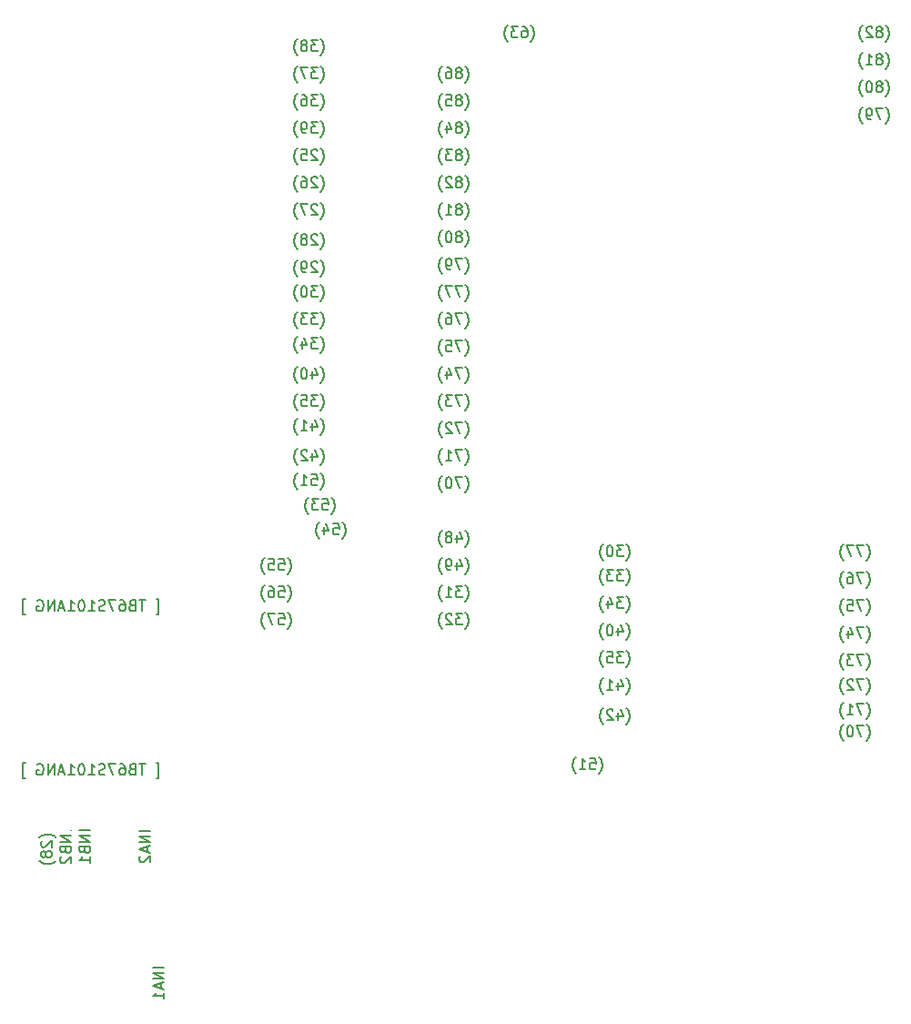
<source format=gbo>
%TF.GenerationSoftware,KiCad,Pcbnew,(6.0.5)*%
%TF.CreationDate,2022-12-05T21:49:18+09:00*%
%TF.ProjectId,tangnano9k_motordriver,74616e67-6e61-46e6-9f39-6b5f6d6f746f,rev?*%
%TF.SameCoordinates,Original*%
%TF.FileFunction,Legend,Bot*%
%TF.FilePolarity,Positive*%
%FSLAX46Y46*%
G04 Gerber Fmt 4.6, Leading zero omitted, Abs format (unit mm)*
G04 Created by KiCad (PCBNEW (6.0.5)) date 2022-12-05 21:49:18*
%MOMM*%
%LPD*%
G01*
G04 APERTURE LIST*
G04 Aperture macros list*
%AMRoundRect*
0 Rectangle with rounded corners*
0 $1 Rounding radius*
0 $2 $3 $4 $5 $6 $7 $8 $9 X,Y pos of 4 corners*
0 Add a 4 corners polygon primitive as box body*
4,1,4,$2,$3,$4,$5,$6,$7,$8,$9,$2,$3,0*
0 Add four circle primitives for the rounded corners*
1,1,$1+$1,$2,$3*
1,1,$1+$1,$4,$5*
1,1,$1+$1,$6,$7*
1,1,$1+$1,$8,$9*
0 Add four rect primitives between the rounded corners*
20,1,$1+$1,$2,$3,$4,$5,0*
20,1,$1+$1,$4,$5,$6,$7,0*
20,1,$1+$1,$6,$7,$8,$9,0*
20,1,$1+$1,$8,$9,$2,$3,0*%
G04 Aperture macros list end*
%ADD10C,0.150000*%
%ADD11C,2.700000*%
%ADD12C,2.400000*%
%ADD13O,2.400000X2.400000*%
%ADD14C,1.600000*%
%ADD15O,1.600000X1.600000*%
%ADD16R,1.600000X1.600000*%
%ADD17C,2.000000*%
%ADD18R,2.000000X2.000000*%
%ADD19R,3.200000X2.000000*%
%ADD20R,1.000000X1.600000*%
%ADD21O,1.000000X1.600000*%
%ADD22C,1.700000*%
%ADD23R,1.700000X1.700000*%
%ADD24O,1.700000X1.700000*%
%ADD25R,3.500000X3.500000*%
%ADD26RoundRect,0.750000X-0.750000X-1.000000X0.750000X-1.000000X0.750000X1.000000X-0.750000X1.000000X0*%
%ADD27RoundRect,0.875000X-0.875000X-0.875000X0.875000X-0.875000X0.875000X0.875000X-0.875000X0.875000X0*%
%ADD28C,3.000000*%
G04 APERTURE END LIST*
D10*
X116157238Y-84653333D02*
X116204857Y-84605714D01*
X116300095Y-84462857D01*
X116347714Y-84367619D01*
X116395333Y-84224761D01*
X116442952Y-83986666D01*
X116442952Y-83796190D01*
X116395333Y-83558095D01*
X116347714Y-83415238D01*
X116300095Y-83320000D01*
X116204857Y-83177142D01*
X116157238Y-83129523D01*
X115871523Y-83272380D02*
X115204857Y-83272380D01*
X115633428Y-84272380D01*
X114919142Y-83272380D02*
X114300095Y-83272380D01*
X114633428Y-83653333D01*
X114490571Y-83653333D01*
X114395333Y-83700952D01*
X114347714Y-83748571D01*
X114300095Y-83843809D01*
X114300095Y-84081904D01*
X114347714Y-84177142D01*
X114395333Y-84224761D01*
X114490571Y-84272380D01*
X114776285Y-84272380D01*
X114871523Y-84224761D01*
X114919142Y-84177142D01*
X113966761Y-84653333D02*
X113919142Y-84605714D01*
X113823904Y-84462857D01*
X113776285Y-84367619D01*
X113728666Y-84224761D01*
X113681047Y-83986666D01*
X113681047Y-83796190D01*
X113728666Y-83558095D01*
X113776285Y-83415238D01*
X113823904Y-83320000D01*
X113919142Y-83177142D01*
X113966761Y-83129523D01*
X153495238Y-111069333D02*
X153542857Y-111021714D01*
X153638095Y-110878857D01*
X153685714Y-110783619D01*
X153733333Y-110640761D01*
X153780952Y-110402666D01*
X153780952Y-110212190D01*
X153733333Y-109974095D01*
X153685714Y-109831238D01*
X153638095Y-109736000D01*
X153542857Y-109593142D01*
X153495238Y-109545523D01*
X153209523Y-109688380D02*
X152542857Y-109688380D01*
X152971428Y-110688380D01*
X152209523Y-109783619D02*
X152161904Y-109736000D01*
X152066666Y-109688380D01*
X151828571Y-109688380D01*
X151733333Y-109736000D01*
X151685714Y-109783619D01*
X151638095Y-109878857D01*
X151638095Y-109974095D01*
X151685714Y-110116952D01*
X152257142Y-110688380D01*
X151638095Y-110688380D01*
X151304761Y-111069333D02*
X151257142Y-111021714D01*
X151161904Y-110878857D01*
X151114285Y-110783619D01*
X151066666Y-110640761D01*
X151019047Y-110402666D01*
X151019047Y-110212190D01*
X151066666Y-109974095D01*
X151114285Y-109831238D01*
X151161904Y-109736000D01*
X151257142Y-109593142D01*
X151304761Y-109545523D01*
X87375238Y-118895714D02*
X87613333Y-118895714D01*
X87613333Y-117467142D01*
X87375238Y-117467142D01*
X86375238Y-117562380D02*
X85803809Y-117562380D01*
X86089523Y-118562380D02*
X86089523Y-117562380D01*
X85137142Y-118038571D02*
X84994285Y-118086190D01*
X84946666Y-118133809D01*
X84899047Y-118229047D01*
X84899047Y-118371904D01*
X84946666Y-118467142D01*
X84994285Y-118514761D01*
X85089523Y-118562380D01*
X85470476Y-118562380D01*
X85470476Y-117562380D01*
X85137142Y-117562380D01*
X85041904Y-117610000D01*
X84994285Y-117657619D01*
X84946666Y-117752857D01*
X84946666Y-117848095D01*
X84994285Y-117943333D01*
X85041904Y-117990952D01*
X85137142Y-118038571D01*
X85470476Y-118038571D01*
X84041904Y-117562380D02*
X84232380Y-117562380D01*
X84327619Y-117610000D01*
X84375238Y-117657619D01*
X84470476Y-117800476D01*
X84518095Y-117990952D01*
X84518095Y-118371904D01*
X84470476Y-118467142D01*
X84422857Y-118514761D01*
X84327619Y-118562380D01*
X84137142Y-118562380D01*
X84041904Y-118514761D01*
X83994285Y-118467142D01*
X83946666Y-118371904D01*
X83946666Y-118133809D01*
X83994285Y-118038571D01*
X84041904Y-117990952D01*
X84137142Y-117943333D01*
X84327619Y-117943333D01*
X84422857Y-117990952D01*
X84470476Y-118038571D01*
X84518095Y-118133809D01*
X83613333Y-117562380D02*
X82946666Y-117562380D01*
X83375238Y-118562380D01*
X82613333Y-118514761D02*
X82470476Y-118562380D01*
X82232380Y-118562380D01*
X82137142Y-118514761D01*
X82089523Y-118467142D01*
X82041904Y-118371904D01*
X82041904Y-118276666D01*
X82089523Y-118181428D01*
X82137142Y-118133809D01*
X82232380Y-118086190D01*
X82422857Y-118038571D01*
X82518095Y-117990952D01*
X82565714Y-117943333D01*
X82613333Y-117848095D01*
X82613333Y-117752857D01*
X82565714Y-117657619D01*
X82518095Y-117610000D01*
X82422857Y-117562380D01*
X82184761Y-117562380D01*
X82041904Y-117610000D01*
X81089523Y-118562380D02*
X81660952Y-118562380D01*
X81375238Y-118562380D02*
X81375238Y-117562380D01*
X81470476Y-117705238D01*
X81565714Y-117800476D01*
X81660952Y-117848095D01*
X80470476Y-117562380D02*
X80375238Y-117562380D01*
X80280000Y-117610000D01*
X80232380Y-117657619D01*
X80184761Y-117752857D01*
X80137142Y-117943333D01*
X80137142Y-118181428D01*
X80184761Y-118371904D01*
X80232380Y-118467142D01*
X80280000Y-118514761D01*
X80375238Y-118562380D01*
X80470476Y-118562380D01*
X80565714Y-118514761D01*
X80613333Y-118467142D01*
X80660952Y-118371904D01*
X80708571Y-118181428D01*
X80708571Y-117943333D01*
X80660952Y-117752857D01*
X80613333Y-117657619D01*
X80565714Y-117610000D01*
X80470476Y-117562380D01*
X79184761Y-118562380D02*
X79756190Y-118562380D01*
X79470476Y-118562380D02*
X79470476Y-117562380D01*
X79565714Y-117705238D01*
X79660952Y-117800476D01*
X79756190Y-117848095D01*
X78803809Y-118276666D02*
X78327619Y-118276666D01*
X78899047Y-118562380D02*
X78565714Y-117562380D01*
X78232380Y-118562380D01*
X77899047Y-118562380D02*
X77899047Y-117562380D01*
X77327619Y-118562380D01*
X77327619Y-117562380D01*
X76327619Y-117610000D02*
X76422857Y-117562380D01*
X76565714Y-117562380D01*
X76708571Y-117610000D01*
X76803809Y-117705238D01*
X76851428Y-117800476D01*
X76899047Y-117990952D01*
X76899047Y-118133809D01*
X76851428Y-118324285D01*
X76803809Y-118419523D01*
X76708571Y-118514761D01*
X76565714Y-118562380D01*
X76470476Y-118562380D01*
X76327619Y-118514761D01*
X76280000Y-118467142D01*
X76280000Y-118133809D01*
X76470476Y-118133809D01*
X75184761Y-118895714D02*
X74946666Y-118895714D01*
X74946666Y-117467142D01*
X75184761Y-117467142D01*
X102695238Y-77033333D02*
X102742857Y-76985714D01*
X102838095Y-76842857D01*
X102885714Y-76747619D01*
X102933333Y-76604761D01*
X102980952Y-76366666D01*
X102980952Y-76176190D01*
X102933333Y-75938095D01*
X102885714Y-75795238D01*
X102838095Y-75700000D01*
X102742857Y-75557142D01*
X102695238Y-75509523D01*
X102409523Y-75652380D02*
X101790476Y-75652380D01*
X102123809Y-76033333D01*
X101980952Y-76033333D01*
X101885714Y-76080952D01*
X101838095Y-76128571D01*
X101790476Y-76223809D01*
X101790476Y-76461904D01*
X101838095Y-76557142D01*
X101885714Y-76604761D01*
X101980952Y-76652380D01*
X102266666Y-76652380D01*
X102361904Y-76604761D01*
X102409523Y-76557142D01*
X101457142Y-75652380D02*
X100838095Y-75652380D01*
X101171428Y-76033333D01*
X101028571Y-76033333D01*
X100933333Y-76080952D01*
X100885714Y-76128571D01*
X100838095Y-76223809D01*
X100838095Y-76461904D01*
X100885714Y-76557142D01*
X100933333Y-76604761D01*
X101028571Y-76652380D01*
X101314285Y-76652380D01*
X101409523Y-76604761D01*
X101457142Y-76557142D01*
X100504761Y-77033333D02*
X100457142Y-76985714D01*
X100361904Y-76842857D01*
X100314285Y-76747619D01*
X100266666Y-76604761D01*
X100219047Y-76366666D01*
X100219047Y-76176190D01*
X100266666Y-75938095D01*
X100314285Y-75795238D01*
X100361904Y-75700000D01*
X100457142Y-75557142D01*
X100504761Y-75509523D01*
X116157238Y-99893333D02*
X116204857Y-99845714D01*
X116300095Y-99702857D01*
X116347714Y-99607619D01*
X116395333Y-99464761D01*
X116442952Y-99226666D01*
X116442952Y-99036190D01*
X116395333Y-98798095D01*
X116347714Y-98655238D01*
X116300095Y-98560000D01*
X116204857Y-98417142D01*
X116157238Y-98369523D01*
X115347714Y-98845714D02*
X115347714Y-99512380D01*
X115585809Y-98464761D02*
X115823904Y-99179047D01*
X115204857Y-99179047D01*
X114776285Y-99512380D02*
X114585809Y-99512380D01*
X114490571Y-99464761D01*
X114442952Y-99417142D01*
X114347714Y-99274285D01*
X114300095Y-99083809D01*
X114300095Y-98702857D01*
X114347714Y-98607619D01*
X114395333Y-98560000D01*
X114490571Y-98512380D01*
X114681047Y-98512380D01*
X114776285Y-98560000D01*
X114823904Y-98607619D01*
X114871523Y-98702857D01*
X114871523Y-98940952D01*
X114823904Y-99036190D01*
X114776285Y-99083809D01*
X114681047Y-99131428D01*
X114490571Y-99131428D01*
X114395333Y-99083809D01*
X114347714Y-99036190D01*
X114300095Y-98940952D01*
X113966761Y-99893333D02*
X113919142Y-99845714D01*
X113823904Y-99702857D01*
X113776285Y-99607619D01*
X113728666Y-99464761D01*
X113681047Y-99226666D01*
X113681047Y-99036190D01*
X113728666Y-98798095D01*
X113776285Y-98655238D01*
X113823904Y-98560000D01*
X113919142Y-98417142D01*
X113966761Y-98369523D01*
X116157238Y-74493333D02*
X116204857Y-74445714D01*
X116300095Y-74302857D01*
X116347714Y-74207619D01*
X116395333Y-74064761D01*
X116442952Y-73826666D01*
X116442952Y-73636190D01*
X116395333Y-73398095D01*
X116347714Y-73255238D01*
X116300095Y-73160000D01*
X116204857Y-73017142D01*
X116157238Y-72969523D01*
X115871523Y-73112380D02*
X115204857Y-73112380D01*
X115633428Y-74112380D01*
X114919142Y-73112380D02*
X114252476Y-73112380D01*
X114681047Y-74112380D01*
X113966761Y-74493333D02*
X113919142Y-74445714D01*
X113823904Y-74302857D01*
X113776285Y-74207619D01*
X113728666Y-74064761D01*
X113681047Y-73826666D01*
X113681047Y-73636190D01*
X113728666Y-73398095D01*
X113776285Y-73255238D01*
X113823904Y-73160000D01*
X113919142Y-73017142D01*
X113966761Y-72969523D01*
X102695238Y-54173333D02*
X102742857Y-54125714D01*
X102838095Y-53982857D01*
X102885714Y-53887619D01*
X102933333Y-53744761D01*
X102980952Y-53506666D01*
X102980952Y-53316190D01*
X102933333Y-53078095D01*
X102885714Y-52935238D01*
X102838095Y-52840000D01*
X102742857Y-52697142D01*
X102695238Y-52649523D01*
X102409523Y-52792380D02*
X101790476Y-52792380D01*
X102123809Y-53173333D01*
X101980952Y-53173333D01*
X101885714Y-53220952D01*
X101838095Y-53268571D01*
X101790476Y-53363809D01*
X101790476Y-53601904D01*
X101838095Y-53697142D01*
X101885714Y-53744761D01*
X101980952Y-53792380D01*
X102266666Y-53792380D01*
X102361904Y-53744761D01*
X102409523Y-53697142D01*
X101457142Y-52792380D02*
X100790476Y-52792380D01*
X101219047Y-53792380D01*
X100504761Y-54173333D02*
X100457142Y-54125714D01*
X100361904Y-53982857D01*
X100314285Y-53887619D01*
X100266666Y-53744761D01*
X100219047Y-53506666D01*
X100219047Y-53316190D01*
X100266666Y-53078095D01*
X100314285Y-52935238D01*
X100361904Y-52840000D01*
X100457142Y-52697142D01*
X100504761Y-52649523D01*
X128603238Y-118435333D02*
X128650857Y-118387714D01*
X128746095Y-118244857D01*
X128793714Y-118149619D01*
X128841333Y-118006761D01*
X128888952Y-117768666D01*
X128888952Y-117578190D01*
X128841333Y-117340095D01*
X128793714Y-117197238D01*
X128746095Y-117102000D01*
X128650857Y-116959142D01*
X128603238Y-116911523D01*
X127746095Y-117054380D02*
X128222285Y-117054380D01*
X128269904Y-117530571D01*
X128222285Y-117482952D01*
X128127047Y-117435333D01*
X127888952Y-117435333D01*
X127793714Y-117482952D01*
X127746095Y-117530571D01*
X127698476Y-117625809D01*
X127698476Y-117863904D01*
X127746095Y-117959142D01*
X127793714Y-118006761D01*
X127888952Y-118054380D01*
X128127047Y-118054380D01*
X128222285Y-118006761D01*
X128269904Y-117959142D01*
X126746095Y-118054380D02*
X127317523Y-118054380D01*
X127031809Y-118054380D02*
X127031809Y-117054380D01*
X127127047Y-117197238D01*
X127222285Y-117292476D01*
X127317523Y-117340095D01*
X126412761Y-118435333D02*
X126365142Y-118387714D01*
X126269904Y-118244857D01*
X126222285Y-118149619D01*
X126174666Y-118006761D01*
X126127047Y-117768666D01*
X126127047Y-117578190D01*
X126174666Y-117340095D01*
X126222285Y-117197238D01*
X126269904Y-117102000D01*
X126365142Y-116959142D01*
X126412761Y-116911523D01*
X131143238Y-98623333D02*
X131190857Y-98575714D01*
X131286095Y-98432857D01*
X131333714Y-98337619D01*
X131381333Y-98194761D01*
X131428952Y-97956666D01*
X131428952Y-97766190D01*
X131381333Y-97528095D01*
X131333714Y-97385238D01*
X131286095Y-97290000D01*
X131190857Y-97147142D01*
X131143238Y-97099523D01*
X130857523Y-97242380D02*
X130238476Y-97242380D01*
X130571809Y-97623333D01*
X130428952Y-97623333D01*
X130333714Y-97670952D01*
X130286095Y-97718571D01*
X130238476Y-97813809D01*
X130238476Y-98051904D01*
X130286095Y-98147142D01*
X130333714Y-98194761D01*
X130428952Y-98242380D01*
X130714666Y-98242380D01*
X130809904Y-98194761D01*
X130857523Y-98147142D01*
X129619428Y-97242380D02*
X129524190Y-97242380D01*
X129428952Y-97290000D01*
X129381333Y-97337619D01*
X129333714Y-97432857D01*
X129286095Y-97623333D01*
X129286095Y-97861428D01*
X129333714Y-98051904D01*
X129381333Y-98147142D01*
X129428952Y-98194761D01*
X129524190Y-98242380D01*
X129619428Y-98242380D01*
X129714666Y-98194761D01*
X129762285Y-98147142D01*
X129809904Y-98051904D01*
X129857523Y-97861428D01*
X129857523Y-97623333D01*
X129809904Y-97432857D01*
X129762285Y-97337619D01*
X129714666Y-97290000D01*
X129619428Y-97242380D01*
X128952761Y-98623333D02*
X128905142Y-98575714D01*
X128809904Y-98432857D01*
X128762285Y-98337619D01*
X128714666Y-98194761D01*
X128667047Y-97956666D01*
X128667047Y-97766190D01*
X128714666Y-97528095D01*
X128762285Y-97385238D01*
X128809904Y-97290000D01*
X128905142Y-97147142D01*
X128952761Y-97099523D01*
X87375238Y-103655714D02*
X87613333Y-103655714D01*
X87613333Y-102227142D01*
X87375238Y-102227142D01*
X86375238Y-102322380D02*
X85803809Y-102322380D01*
X86089523Y-103322380D02*
X86089523Y-102322380D01*
X85137142Y-102798571D02*
X84994285Y-102846190D01*
X84946666Y-102893809D01*
X84899047Y-102989047D01*
X84899047Y-103131904D01*
X84946666Y-103227142D01*
X84994285Y-103274761D01*
X85089523Y-103322380D01*
X85470476Y-103322380D01*
X85470476Y-102322380D01*
X85137142Y-102322380D01*
X85041904Y-102370000D01*
X84994285Y-102417619D01*
X84946666Y-102512857D01*
X84946666Y-102608095D01*
X84994285Y-102703333D01*
X85041904Y-102750952D01*
X85137142Y-102798571D01*
X85470476Y-102798571D01*
X84041904Y-102322380D02*
X84232380Y-102322380D01*
X84327619Y-102370000D01*
X84375238Y-102417619D01*
X84470476Y-102560476D01*
X84518095Y-102750952D01*
X84518095Y-103131904D01*
X84470476Y-103227142D01*
X84422857Y-103274761D01*
X84327619Y-103322380D01*
X84137142Y-103322380D01*
X84041904Y-103274761D01*
X83994285Y-103227142D01*
X83946666Y-103131904D01*
X83946666Y-102893809D01*
X83994285Y-102798571D01*
X84041904Y-102750952D01*
X84137142Y-102703333D01*
X84327619Y-102703333D01*
X84422857Y-102750952D01*
X84470476Y-102798571D01*
X84518095Y-102893809D01*
X83613333Y-102322380D02*
X82946666Y-102322380D01*
X83375238Y-103322380D01*
X82613333Y-103274761D02*
X82470476Y-103322380D01*
X82232380Y-103322380D01*
X82137142Y-103274761D01*
X82089523Y-103227142D01*
X82041904Y-103131904D01*
X82041904Y-103036666D01*
X82089523Y-102941428D01*
X82137142Y-102893809D01*
X82232380Y-102846190D01*
X82422857Y-102798571D01*
X82518095Y-102750952D01*
X82565714Y-102703333D01*
X82613333Y-102608095D01*
X82613333Y-102512857D01*
X82565714Y-102417619D01*
X82518095Y-102370000D01*
X82422857Y-102322380D01*
X82184761Y-102322380D01*
X82041904Y-102370000D01*
X81089523Y-103322380D02*
X81660952Y-103322380D01*
X81375238Y-103322380D02*
X81375238Y-102322380D01*
X81470476Y-102465238D01*
X81565714Y-102560476D01*
X81660952Y-102608095D01*
X80470476Y-102322380D02*
X80375238Y-102322380D01*
X80280000Y-102370000D01*
X80232380Y-102417619D01*
X80184761Y-102512857D01*
X80137142Y-102703333D01*
X80137142Y-102941428D01*
X80184761Y-103131904D01*
X80232380Y-103227142D01*
X80280000Y-103274761D01*
X80375238Y-103322380D01*
X80470476Y-103322380D01*
X80565714Y-103274761D01*
X80613333Y-103227142D01*
X80660952Y-103131904D01*
X80708571Y-102941428D01*
X80708571Y-102703333D01*
X80660952Y-102512857D01*
X80613333Y-102417619D01*
X80565714Y-102370000D01*
X80470476Y-102322380D01*
X79184761Y-103322380D02*
X79756190Y-103322380D01*
X79470476Y-103322380D02*
X79470476Y-102322380D01*
X79565714Y-102465238D01*
X79660952Y-102560476D01*
X79756190Y-102608095D01*
X78803809Y-103036666D02*
X78327619Y-103036666D01*
X78899047Y-103322380D02*
X78565714Y-102322380D01*
X78232380Y-103322380D01*
X77899047Y-103322380D02*
X77899047Y-102322380D01*
X77327619Y-103322380D01*
X77327619Y-102322380D01*
X76327619Y-102370000D02*
X76422857Y-102322380D01*
X76565714Y-102322380D01*
X76708571Y-102370000D01*
X76803809Y-102465238D01*
X76851428Y-102560476D01*
X76899047Y-102750952D01*
X76899047Y-102893809D01*
X76851428Y-103084285D01*
X76803809Y-103179523D01*
X76708571Y-103274761D01*
X76565714Y-103322380D01*
X76470476Y-103322380D01*
X76327619Y-103274761D01*
X76280000Y-103227142D01*
X76280000Y-102893809D01*
X76470476Y-102893809D01*
X75184761Y-103655714D02*
X74946666Y-103655714D01*
X74946666Y-102227142D01*
X75184761Y-102227142D01*
X153495238Y-113355333D02*
X153542857Y-113307714D01*
X153638095Y-113164857D01*
X153685714Y-113069619D01*
X153733333Y-112926761D01*
X153780952Y-112688666D01*
X153780952Y-112498190D01*
X153733333Y-112260095D01*
X153685714Y-112117238D01*
X153638095Y-112022000D01*
X153542857Y-111879142D01*
X153495238Y-111831523D01*
X153209523Y-111974380D02*
X152542857Y-111974380D01*
X152971428Y-112974380D01*
X151638095Y-112974380D02*
X152209523Y-112974380D01*
X151923809Y-112974380D02*
X151923809Y-111974380D01*
X152019047Y-112117238D01*
X152114285Y-112212476D01*
X152209523Y-112260095D01*
X151304761Y-113355333D02*
X151257142Y-113307714D01*
X151161904Y-113164857D01*
X151114285Y-113069619D01*
X151066666Y-112926761D01*
X151019047Y-112688666D01*
X151019047Y-112498190D01*
X151066666Y-112260095D01*
X151114285Y-112117238D01*
X151161904Y-112022000D01*
X151257142Y-111879142D01*
X151304761Y-111831523D01*
X103711238Y-94305333D02*
X103758857Y-94257714D01*
X103854095Y-94114857D01*
X103901714Y-94019619D01*
X103949333Y-93876761D01*
X103996952Y-93638666D01*
X103996952Y-93448190D01*
X103949333Y-93210095D01*
X103901714Y-93067238D01*
X103854095Y-92972000D01*
X103758857Y-92829142D01*
X103711238Y-92781523D01*
X102854095Y-92924380D02*
X103330285Y-92924380D01*
X103377904Y-93400571D01*
X103330285Y-93352952D01*
X103235047Y-93305333D01*
X102996952Y-93305333D01*
X102901714Y-93352952D01*
X102854095Y-93400571D01*
X102806476Y-93495809D01*
X102806476Y-93733904D01*
X102854095Y-93829142D01*
X102901714Y-93876761D01*
X102996952Y-93924380D01*
X103235047Y-93924380D01*
X103330285Y-93876761D01*
X103377904Y-93829142D01*
X102473142Y-92924380D02*
X101854095Y-92924380D01*
X102187428Y-93305333D01*
X102044571Y-93305333D01*
X101949333Y-93352952D01*
X101901714Y-93400571D01*
X101854095Y-93495809D01*
X101854095Y-93733904D01*
X101901714Y-93829142D01*
X101949333Y-93876761D01*
X102044571Y-93924380D01*
X102330285Y-93924380D01*
X102425523Y-93876761D01*
X102473142Y-93829142D01*
X101520761Y-94305333D02*
X101473142Y-94257714D01*
X101377904Y-94114857D01*
X101330285Y-94019619D01*
X101282666Y-93876761D01*
X101235047Y-93638666D01*
X101235047Y-93448190D01*
X101282666Y-93210095D01*
X101330285Y-93067238D01*
X101377904Y-92972000D01*
X101473142Y-92829142D01*
X101520761Y-92781523D01*
X116157238Y-77033333D02*
X116204857Y-76985714D01*
X116300095Y-76842857D01*
X116347714Y-76747619D01*
X116395333Y-76604761D01*
X116442952Y-76366666D01*
X116442952Y-76176190D01*
X116395333Y-75938095D01*
X116347714Y-75795238D01*
X116300095Y-75700000D01*
X116204857Y-75557142D01*
X116157238Y-75509523D01*
X115871523Y-75652380D02*
X115204857Y-75652380D01*
X115633428Y-76652380D01*
X114395333Y-75652380D02*
X114585809Y-75652380D01*
X114681047Y-75700000D01*
X114728666Y-75747619D01*
X114823904Y-75890476D01*
X114871523Y-76080952D01*
X114871523Y-76461904D01*
X114823904Y-76557142D01*
X114776285Y-76604761D01*
X114681047Y-76652380D01*
X114490571Y-76652380D01*
X114395333Y-76604761D01*
X114347714Y-76557142D01*
X114300095Y-76461904D01*
X114300095Y-76223809D01*
X114347714Y-76128571D01*
X114395333Y-76080952D01*
X114490571Y-76033333D01*
X114681047Y-76033333D01*
X114776285Y-76080952D01*
X114823904Y-76128571D01*
X114871523Y-76223809D01*
X113966761Y-77033333D02*
X113919142Y-76985714D01*
X113823904Y-76842857D01*
X113776285Y-76747619D01*
X113728666Y-76604761D01*
X113681047Y-76366666D01*
X113681047Y-76176190D01*
X113728666Y-75938095D01*
X113776285Y-75795238D01*
X113823904Y-75700000D01*
X113919142Y-75557142D01*
X113966761Y-75509523D01*
X88082380Y-136493428D02*
X87082380Y-136493428D01*
X88082380Y-136969619D02*
X87082380Y-136969619D01*
X88082380Y-137541047D01*
X87082380Y-137541047D01*
X87796666Y-137969619D02*
X87796666Y-138445809D01*
X88082380Y-137874380D02*
X87082380Y-138207714D01*
X88082380Y-138541047D01*
X88082380Y-139398190D02*
X88082380Y-138826761D01*
X88082380Y-139112476D02*
X87082380Y-139112476D01*
X87225238Y-139017238D01*
X87320476Y-138922000D01*
X87368095Y-138826761D01*
X99647238Y-104973333D02*
X99694857Y-104925714D01*
X99790095Y-104782857D01*
X99837714Y-104687619D01*
X99885333Y-104544761D01*
X99932952Y-104306666D01*
X99932952Y-104116190D01*
X99885333Y-103878095D01*
X99837714Y-103735238D01*
X99790095Y-103640000D01*
X99694857Y-103497142D01*
X99647238Y-103449523D01*
X98790095Y-103592380D02*
X99266285Y-103592380D01*
X99313904Y-104068571D01*
X99266285Y-104020952D01*
X99171047Y-103973333D01*
X98932952Y-103973333D01*
X98837714Y-104020952D01*
X98790095Y-104068571D01*
X98742476Y-104163809D01*
X98742476Y-104401904D01*
X98790095Y-104497142D01*
X98837714Y-104544761D01*
X98932952Y-104592380D01*
X99171047Y-104592380D01*
X99266285Y-104544761D01*
X99313904Y-104497142D01*
X98409142Y-103592380D02*
X97742476Y-103592380D01*
X98171047Y-104592380D01*
X97456761Y-104973333D02*
X97409142Y-104925714D01*
X97313904Y-104782857D01*
X97266285Y-104687619D01*
X97218666Y-104544761D01*
X97171047Y-104306666D01*
X97171047Y-104116190D01*
X97218666Y-103878095D01*
X97266285Y-103735238D01*
X97313904Y-103640000D01*
X97409142Y-103497142D01*
X97456761Y-103449523D01*
X99647238Y-102433333D02*
X99694857Y-102385714D01*
X99790095Y-102242857D01*
X99837714Y-102147619D01*
X99885333Y-102004761D01*
X99932952Y-101766666D01*
X99932952Y-101576190D01*
X99885333Y-101338095D01*
X99837714Y-101195238D01*
X99790095Y-101100000D01*
X99694857Y-100957142D01*
X99647238Y-100909523D01*
X98790095Y-101052380D02*
X99266285Y-101052380D01*
X99313904Y-101528571D01*
X99266285Y-101480952D01*
X99171047Y-101433333D01*
X98932952Y-101433333D01*
X98837714Y-101480952D01*
X98790095Y-101528571D01*
X98742476Y-101623809D01*
X98742476Y-101861904D01*
X98790095Y-101957142D01*
X98837714Y-102004761D01*
X98932952Y-102052380D01*
X99171047Y-102052380D01*
X99266285Y-102004761D01*
X99313904Y-101957142D01*
X97885333Y-101052380D02*
X98075809Y-101052380D01*
X98171047Y-101100000D01*
X98218666Y-101147619D01*
X98313904Y-101290476D01*
X98361523Y-101480952D01*
X98361523Y-101861904D01*
X98313904Y-101957142D01*
X98266285Y-102004761D01*
X98171047Y-102052380D01*
X97980571Y-102052380D01*
X97885333Y-102004761D01*
X97837714Y-101957142D01*
X97790095Y-101861904D01*
X97790095Y-101623809D01*
X97837714Y-101528571D01*
X97885333Y-101480952D01*
X97980571Y-101433333D01*
X98171047Y-101433333D01*
X98266285Y-101480952D01*
X98313904Y-101528571D01*
X98361523Y-101623809D01*
X97456761Y-102433333D02*
X97409142Y-102385714D01*
X97313904Y-102242857D01*
X97266285Y-102147619D01*
X97218666Y-102004761D01*
X97171047Y-101766666D01*
X97171047Y-101576190D01*
X97218666Y-101338095D01*
X97266285Y-101195238D01*
X97313904Y-101100000D01*
X97409142Y-100957142D01*
X97456761Y-100909523D01*
X102695238Y-79319333D02*
X102742857Y-79271714D01*
X102838095Y-79128857D01*
X102885714Y-79033619D01*
X102933333Y-78890761D01*
X102980952Y-78652666D01*
X102980952Y-78462190D01*
X102933333Y-78224095D01*
X102885714Y-78081238D01*
X102838095Y-77986000D01*
X102742857Y-77843142D01*
X102695238Y-77795523D01*
X102409523Y-77938380D02*
X101790476Y-77938380D01*
X102123809Y-78319333D01*
X101980952Y-78319333D01*
X101885714Y-78366952D01*
X101838095Y-78414571D01*
X101790476Y-78509809D01*
X101790476Y-78747904D01*
X101838095Y-78843142D01*
X101885714Y-78890761D01*
X101980952Y-78938380D01*
X102266666Y-78938380D01*
X102361904Y-78890761D01*
X102409523Y-78843142D01*
X100933333Y-78271714D02*
X100933333Y-78938380D01*
X101171428Y-77890761D02*
X101409523Y-78605047D01*
X100790476Y-78605047D01*
X100504761Y-79319333D02*
X100457142Y-79271714D01*
X100361904Y-79128857D01*
X100314285Y-79033619D01*
X100266666Y-78890761D01*
X100219047Y-78652666D01*
X100219047Y-78462190D01*
X100266666Y-78224095D01*
X100314285Y-78081238D01*
X100361904Y-77986000D01*
X100457142Y-77843142D01*
X100504761Y-77795523D01*
X155273238Y-57983333D02*
X155320857Y-57935714D01*
X155416095Y-57792857D01*
X155463714Y-57697619D01*
X155511333Y-57554761D01*
X155558952Y-57316666D01*
X155558952Y-57126190D01*
X155511333Y-56888095D01*
X155463714Y-56745238D01*
X155416095Y-56650000D01*
X155320857Y-56507142D01*
X155273238Y-56459523D01*
X154987523Y-56602380D02*
X154320857Y-56602380D01*
X154749428Y-57602380D01*
X153892285Y-57602380D02*
X153701809Y-57602380D01*
X153606571Y-57554761D01*
X153558952Y-57507142D01*
X153463714Y-57364285D01*
X153416095Y-57173809D01*
X153416095Y-56792857D01*
X153463714Y-56697619D01*
X153511333Y-56650000D01*
X153606571Y-56602380D01*
X153797047Y-56602380D01*
X153892285Y-56650000D01*
X153939904Y-56697619D01*
X153987523Y-56792857D01*
X153987523Y-57030952D01*
X153939904Y-57126190D01*
X153892285Y-57173809D01*
X153797047Y-57221428D01*
X153606571Y-57221428D01*
X153511333Y-57173809D01*
X153463714Y-57126190D01*
X153416095Y-57030952D01*
X153082761Y-57983333D02*
X153035142Y-57935714D01*
X152939904Y-57792857D01*
X152892285Y-57697619D01*
X152844666Y-57554761D01*
X152797047Y-57316666D01*
X152797047Y-57126190D01*
X152844666Y-56888095D01*
X152892285Y-56745238D01*
X152939904Y-56650000D01*
X153035142Y-56507142D01*
X153082761Y-56459523D01*
X153495238Y-115387333D02*
X153542857Y-115339714D01*
X153638095Y-115196857D01*
X153685714Y-115101619D01*
X153733333Y-114958761D01*
X153780952Y-114720666D01*
X153780952Y-114530190D01*
X153733333Y-114292095D01*
X153685714Y-114149238D01*
X153638095Y-114054000D01*
X153542857Y-113911142D01*
X153495238Y-113863523D01*
X153209523Y-114006380D02*
X152542857Y-114006380D01*
X152971428Y-115006380D01*
X151971428Y-114006380D02*
X151876190Y-114006380D01*
X151780952Y-114054000D01*
X151733333Y-114101619D01*
X151685714Y-114196857D01*
X151638095Y-114387333D01*
X151638095Y-114625428D01*
X151685714Y-114815904D01*
X151733333Y-114911142D01*
X151780952Y-114958761D01*
X151876190Y-115006380D01*
X151971428Y-115006380D01*
X152066666Y-114958761D01*
X152114285Y-114911142D01*
X152161904Y-114815904D01*
X152209523Y-114625428D01*
X152209523Y-114387333D01*
X152161904Y-114196857D01*
X152114285Y-114101619D01*
X152066666Y-114054000D01*
X151971428Y-114006380D01*
X151304761Y-115387333D02*
X151257142Y-115339714D01*
X151161904Y-115196857D01*
X151114285Y-115101619D01*
X151066666Y-114958761D01*
X151019047Y-114720666D01*
X151019047Y-114530190D01*
X151066666Y-114292095D01*
X151114285Y-114149238D01*
X151161904Y-114054000D01*
X151257142Y-113911142D01*
X151304761Y-113863523D01*
X102695238Y-74493333D02*
X102742857Y-74445714D01*
X102838095Y-74302857D01*
X102885714Y-74207619D01*
X102933333Y-74064761D01*
X102980952Y-73826666D01*
X102980952Y-73636190D01*
X102933333Y-73398095D01*
X102885714Y-73255238D01*
X102838095Y-73160000D01*
X102742857Y-73017142D01*
X102695238Y-72969523D01*
X102409523Y-73112380D02*
X101790476Y-73112380D01*
X102123809Y-73493333D01*
X101980952Y-73493333D01*
X101885714Y-73540952D01*
X101838095Y-73588571D01*
X101790476Y-73683809D01*
X101790476Y-73921904D01*
X101838095Y-74017142D01*
X101885714Y-74064761D01*
X101980952Y-74112380D01*
X102266666Y-74112380D01*
X102361904Y-74064761D01*
X102409523Y-74017142D01*
X101171428Y-73112380D02*
X101076190Y-73112380D01*
X100980952Y-73160000D01*
X100933333Y-73207619D01*
X100885714Y-73302857D01*
X100838095Y-73493333D01*
X100838095Y-73731428D01*
X100885714Y-73921904D01*
X100933333Y-74017142D01*
X100980952Y-74064761D01*
X101076190Y-74112380D01*
X101171428Y-74112380D01*
X101266666Y-74064761D01*
X101314285Y-74017142D01*
X101361904Y-73921904D01*
X101409523Y-73731428D01*
X101409523Y-73493333D01*
X101361904Y-73302857D01*
X101314285Y-73207619D01*
X101266666Y-73160000D01*
X101171428Y-73112380D01*
X100504761Y-74493333D02*
X100457142Y-74445714D01*
X100361904Y-74302857D01*
X100314285Y-74207619D01*
X100266666Y-74064761D01*
X100219047Y-73826666D01*
X100219047Y-73636190D01*
X100266666Y-73398095D01*
X100314285Y-73255238D01*
X100361904Y-73160000D01*
X100457142Y-73017142D01*
X100504761Y-72969523D01*
X116157238Y-54173333D02*
X116204857Y-54125714D01*
X116300095Y-53982857D01*
X116347714Y-53887619D01*
X116395333Y-53744761D01*
X116442952Y-53506666D01*
X116442952Y-53316190D01*
X116395333Y-53078095D01*
X116347714Y-52935238D01*
X116300095Y-52840000D01*
X116204857Y-52697142D01*
X116157238Y-52649523D01*
X115633428Y-53220952D02*
X115728666Y-53173333D01*
X115776285Y-53125714D01*
X115823904Y-53030476D01*
X115823904Y-52982857D01*
X115776285Y-52887619D01*
X115728666Y-52840000D01*
X115633428Y-52792380D01*
X115442952Y-52792380D01*
X115347714Y-52840000D01*
X115300095Y-52887619D01*
X115252476Y-52982857D01*
X115252476Y-53030476D01*
X115300095Y-53125714D01*
X115347714Y-53173333D01*
X115442952Y-53220952D01*
X115633428Y-53220952D01*
X115728666Y-53268571D01*
X115776285Y-53316190D01*
X115823904Y-53411428D01*
X115823904Y-53601904D01*
X115776285Y-53697142D01*
X115728666Y-53744761D01*
X115633428Y-53792380D01*
X115442952Y-53792380D01*
X115347714Y-53744761D01*
X115300095Y-53697142D01*
X115252476Y-53601904D01*
X115252476Y-53411428D01*
X115300095Y-53316190D01*
X115347714Y-53268571D01*
X115442952Y-53220952D01*
X114395333Y-52792380D02*
X114585809Y-52792380D01*
X114681047Y-52840000D01*
X114728666Y-52887619D01*
X114823904Y-53030476D01*
X114871523Y-53220952D01*
X114871523Y-53601904D01*
X114823904Y-53697142D01*
X114776285Y-53744761D01*
X114681047Y-53792380D01*
X114490571Y-53792380D01*
X114395333Y-53744761D01*
X114347714Y-53697142D01*
X114300095Y-53601904D01*
X114300095Y-53363809D01*
X114347714Y-53268571D01*
X114395333Y-53220952D01*
X114490571Y-53173333D01*
X114681047Y-53173333D01*
X114776285Y-53220952D01*
X114823904Y-53268571D01*
X114871523Y-53363809D01*
X113966761Y-54173333D02*
X113919142Y-54125714D01*
X113823904Y-53982857D01*
X113776285Y-53887619D01*
X113728666Y-53744761D01*
X113681047Y-53506666D01*
X113681047Y-53316190D01*
X113728666Y-53078095D01*
X113776285Y-52935238D01*
X113823904Y-52840000D01*
X113919142Y-52697142D01*
X113966761Y-52649523D01*
X116157238Y-79573333D02*
X116204857Y-79525714D01*
X116300095Y-79382857D01*
X116347714Y-79287619D01*
X116395333Y-79144761D01*
X116442952Y-78906666D01*
X116442952Y-78716190D01*
X116395333Y-78478095D01*
X116347714Y-78335238D01*
X116300095Y-78240000D01*
X116204857Y-78097142D01*
X116157238Y-78049523D01*
X115871523Y-78192380D02*
X115204857Y-78192380D01*
X115633428Y-79192380D01*
X114347714Y-78192380D02*
X114823904Y-78192380D01*
X114871523Y-78668571D01*
X114823904Y-78620952D01*
X114728666Y-78573333D01*
X114490571Y-78573333D01*
X114395333Y-78620952D01*
X114347714Y-78668571D01*
X114300095Y-78763809D01*
X114300095Y-79001904D01*
X114347714Y-79097142D01*
X114395333Y-79144761D01*
X114490571Y-79192380D01*
X114728666Y-79192380D01*
X114823904Y-79144761D01*
X114871523Y-79097142D01*
X113966761Y-79573333D02*
X113919142Y-79525714D01*
X113823904Y-79382857D01*
X113776285Y-79287619D01*
X113728666Y-79144761D01*
X113681047Y-78906666D01*
X113681047Y-78716190D01*
X113728666Y-78478095D01*
X113776285Y-78335238D01*
X113823904Y-78240000D01*
X113919142Y-78097142D01*
X113966761Y-78049523D01*
X102695238Y-89733333D02*
X102742857Y-89685714D01*
X102838095Y-89542857D01*
X102885714Y-89447619D01*
X102933333Y-89304761D01*
X102980952Y-89066666D01*
X102980952Y-88876190D01*
X102933333Y-88638095D01*
X102885714Y-88495238D01*
X102838095Y-88400000D01*
X102742857Y-88257142D01*
X102695238Y-88209523D01*
X101885714Y-88685714D02*
X101885714Y-89352380D01*
X102123809Y-88304761D02*
X102361904Y-89019047D01*
X101742857Y-89019047D01*
X101409523Y-88447619D02*
X101361904Y-88400000D01*
X101266666Y-88352380D01*
X101028571Y-88352380D01*
X100933333Y-88400000D01*
X100885714Y-88447619D01*
X100838095Y-88542857D01*
X100838095Y-88638095D01*
X100885714Y-88780952D01*
X101457142Y-89352380D01*
X100838095Y-89352380D01*
X100504761Y-89733333D02*
X100457142Y-89685714D01*
X100361904Y-89542857D01*
X100314285Y-89447619D01*
X100266666Y-89304761D01*
X100219047Y-89066666D01*
X100219047Y-88876190D01*
X100266666Y-88638095D01*
X100314285Y-88495238D01*
X100361904Y-88400000D01*
X100457142Y-88257142D01*
X100504761Y-88209523D01*
X102695238Y-82113333D02*
X102742857Y-82065714D01*
X102838095Y-81922857D01*
X102885714Y-81827619D01*
X102933333Y-81684761D01*
X102980952Y-81446666D01*
X102980952Y-81256190D01*
X102933333Y-81018095D01*
X102885714Y-80875238D01*
X102838095Y-80780000D01*
X102742857Y-80637142D01*
X102695238Y-80589523D01*
X101885714Y-81065714D02*
X101885714Y-81732380D01*
X102123809Y-80684761D02*
X102361904Y-81399047D01*
X101742857Y-81399047D01*
X101171428Y-80732380D02*
X101076190Y-80732380D01*
X100980952Y-80780000D01*
X100933333Y-80827619D01*
X100885714Y-80922857D01*
X100838095Y-81113333D01*
X100838095Y-81351428D01*
X100885714Y-81541904D01*
X100933333Y-81637142D01*
X100980952Y-81684761D01*
X101076190Y-81732380D01*
X101171428Y-81732380D01*
X101266666Y-81684761D01*
X101314285Y-81637142D01*
X101361904Y-81541904D01*
X101409523Y-81351428D01*
X101409523Y-81113333D01*
X101361904Y-80922857D01*
X101314285Y-80827619D01*
X101266666Y-80780000D01*
X101171428Y-80732380D01*
X100504761Y-82113333D02*
X100457142Y-82065714D01*
X100361904Y-81922857D01*
X100314285Y-81827619D01*
X100266666Y-81684761D01*
X100219047Y-81446666D01*
X100219047Y-81256190D01*
X100266666Y-81018095D01*
X100314285Y-80875238D01*
X100361904Y-80780000D01*
X100457142Y-80637142D01*
X100504761Y-80589523D01*
X102695238Y-92019333D02*
X102742857Y-91971714D01*
X102838095Y-91828857D01*
X102885714Y-91733619D01*
X102933333Y-91590761D01*
X102980952Y-91352666D01*
X102980952Y-91162190D01*
X102933333Y-90924095D01*
X102885714Y-90781238D01*
X102838095Y-90686000D01*
X102742857Y-90543142D01*
X102695238Y-90495523D01*
X101838095Y-90638380D02*
X102314285Y-90638380D01*
X102361904Y-91114571D01*
X102314285Y-91066952D01*
X102219047Y-91019333D01*
X101980952Y-91019333D01*
X101885714Y-91066952D01*
X101838095Y-91114571D01*
X101790476Y-91209809D01*
X101790476Y-91447904D01*
X101838095Y-91543142D01*
X101885714Y-91590761D01*
X101980952Y-91638380D01*
X102219047Y-91638380D01*
X102314285Y-91590761D01*
X102361904Y-91543142D01*
X100838095Y-91638380D02*
X101409523Y-91638380D01*
X101123809Y-91638380D02*
X101123809Y-90638380D01*
X101219047Y-90781238D01*
X101314285Y-90876476D01*
X101409523Y-90924095D01*
X100504761Y-92019333D02*
X100457142Y-91971714D01*
X100361904Y-91828857D01*
X100314285Y-91733619D01*
X100266666Y-91590761D01*
X100219047Y-91352666D01*
X100219047Y-91162190D01*
X100266666Y-90924095D01*
X100314285Y-90781238D01*
X100361904Y-90686000D01*
X100457142Y-90543142D01*
X100504761Y-90495523D01*
X116157238Y-97353333D02*
X116204857Y-97305714D01*
X116300095Y-97162857D01*
X116347714Y-97067619D01*
X116395333Y-96924761D01*
X116442952Y-96686666D01*
X116442952Y-96496190D01*
X116395333Y-96258095D01*
X116347714Y-96115238D01*
X116300095Y-96020000D01*
X116204857Y-95877142D01*
X116157238Y-95829523D01*
X115347714Y-96305714D02*
X115347714Y-96972380D01*
X115585809Y-95924761D02*
X115823904Y-96639047D01*
X115204857Y-96639047D01*
X114681047Y-96400952D02*
X114776285Y-96353333D01*
X114823904Y-96305714D01*
X114871523Y-96210476D01*
X114871523Y-96162857D01*
X114823904Y-96067619D01*
X114776285Y-96020000D01*
X114681047Y-95972380D01*
X114490571Y-95972380D01*
X114395333Y-96020000D01*
X114347714Y-96067619D01*
X114300095Y-96162857D01*
X114300095Y-96210476D01*
X114347714Y-96305714D01*
X114395333Y-96353333D01*
X114490571Y-96400952D01*
X114681047Y-96400952D01*
X114776285Y-96448571D01*
X114823904Y-96496190D01*
X114871523Y-96591428D01*
X114871523Y-96781904D01*
X114823904Y-96877142D01*
X114776285Y-96924761D01*
X114681047Y-96972380D01*
X114490571Y-96972380D01*
X114395333Y-96924761D01*
X114347714Y-96877142D01*
X114300095Y-96781904D01*
X114300095Y-96591428D01*
X114347714Y-96496190D01*
X114395333Y-96448571D01*
X114490571Y-96400952D01*
X113966761Y-97353333D02*
X113919142Y-97305714D01*
X113823904Y-97162857D01*
X113776285Y-97067619D01*
X113728666Y-96924761D01*
X113681047Y-96686666D01*
X113681047Y-96496190D01*
X113728666Y-96258095D01*
X113776285Y-96115238D01*
X113823904Y-96020000D01*
X113919142Y-95877142D01*
X113966761Y-95829523D01*
X131143238Y-113863333D02*
X131190857Y-113815714D01*
X131286095Y-113672857D01*
X131333714Y-113577619D01*
X131381333Y-113434761D01*
X131428952Y-113196666D01*
X131428952Y-113006190D01*
X131381333Y-112768095D01*
X131333714Y-112625238D01*
X131286095Y-112530000D01*
X131190857Y-112387142D01*
X131143238Y-112339523D01*
X130333714Y-112815714D02*
X130333714Y-113482380D01*
X130571809Y-112434761D02*
X130809904Y-113149047D01*
X130190857Y-113149047D01*
X129857523Y-112577619D02*
X129809904Y-112530000D01*
X129714666Y-112482380D01*
X129476571Y-112482380D01*
X129381333Y-112530000D01*
X129333714Y-112577619D01*
X129286095Y-112672857D01*
X129286095Y-112768095D01*
X129333714Y-112910952D01*
X129905142Y-113482380D01*
X129286095Y-113482380D01*
X128952761Y-113863333D02*
X128905142Y-113815714D01*
X128809904Y-113672857D01*
X128762285Y-113577619D01*
X128714666Y-113434761D01*
X128667047Y-113196666D01*
X128667047Y-113006190D01*
X128714666Y-112768095D01*
X128762285Y-112625238D01*
X128809904Y-112530000D01*
X128905142Y-112387142D01*
X128952761Y-112339523D01*
X116157238Y-69413333D02*
X116204857Y-69365714D01*
X116300095Y-69222857D01*
X116347714Y-69127619D01*
X116395333Y-68984761D01*
X116442952Y-68746666D01*
X116442952Y-68556190D01*
X116395333Y-68318095D01*
X116347714Y-68175238D01*
X116300095Y-68080000D01*
X116204857Y-67937142D01*
X116157238Y-67889523D01*
X115633428Y-68460952D02*
X115728666Y-68413333D01*
X115776285Y-68365714D01*
X115823904Y-68270476D01*
X115823904Y-68222857D01*
X115776285Y-68127619D01*
X115728666Y-68080000D01*
X115633428Y-68032380D01*
X115442952Y-68032380D01*
X115347714Y-68080000D01*
X115300095Y-68127619D01*
X115252476Y-68222857D01*
X115252476Y-68270476D01*
X115300095Y-68365714D01*
X115347714Y-68413333D01*
X115442952Y-68460952D01*
X115633428Y-68460952D01*
X115728666Y-68508571D01*
X115776285Y-68556190D01*
X115823904Y-68651428D01*
X115823904Y-68841904D01*
X115776285Y-68937142D01*
X115728666Y-68984761D01*
X115633428Y-69032380D01*
X115442952Y-69032380D01*
X115347714Y-68984761D01*
X115300095Y-68937142D01*
X115252476Y-68841904D01*
X115252476Y-68651428D01*
X115300095Y-68556190D01*
X115347714Y-68508571D01*
X115442952Y-68460952D01*
X114633428Y-68032380D02*
X114538190Y-68032380D01*
X114442952Y-68080000D01*
X114395333Y-68127619D01*
X114347714Y-68222857D01*
X114300095Y-68413333D01*
X114300095Y-68651428D01*
X114347714Y-68841904D01*
X114395333Y-68937142D01*
X114442952Y-68984761D01*
X114538190Y-69032380D01*
X114633428Y-69032380D01*
X114728666Y-68984761D01*
X114776285Y-68937142D01*
X114823904Y-68841904D01*
X114871523Y-68651428D01*
X114871523Y-68413333D01*
X114823904Y-68222857D01*
X114776285Y-68127619D01*
X114728666Y-68080000D01*
X114633428Y-68032380D01*
X113966761Y-69413333D02*
X113919142Y-69365714D01*
X113823904Y-69222857D01*
X113776285Y-69127619D01*
X113728666Y-68984761D01*
X113681047Y-68746666D01*
X113681047Y-68556190D01*
X113728666Y-68318095D01*
X113776285Y-68175238D01*
X113823904Y-68080000D01*
X113919142Y-67937142D01*
X113966761Y-67889523D01*
X131143238Y-108529333D02*
X131190857Y-108481714D01*
X131286095Y-108338857D01*
X131333714Y-108243619D01*
X131381333Y-108100761D01*
X131428952Y-107862666D01*
X131428952Y-107672190D01*
X131381333Y-107434095D01*
X131333714Y-107291238D01*
X131286095Y-107196000D01*
X131190857Y-107053142D01*
X131143238Y-107005523D01*
X130857523Y-107148380D02*
X130238476Y-107148380D01*
X130571809Y-107529333D01*
X130428952Y-107529333D01*
X130333714Y-107576952D01*
X130286095Y-107624571D01*
X130238476Y-107719809D01*
X130238476Y-107957904D01*
X130286095Y-108053142D01*
X130333714Y-108100761D01*
X130428952Y-108148380D01*
X130714666Y-108148380D01*
X130809904Y-108100761D01*
X130857523Y-108053142D01*
X129333714Y-107148380D02*
X129809904Y-107148380D01*
X129857523Y-107624571D01*
X129809904Y-107576952D01*
X129714666Y-107529333D01*
X129476571Y-107529333D01*
X129381333Y-107576952D01*
X129333714Y-107624571D01*
X129286095Y-107719809D01*
X129286095Y-107957904D01*
X129333714Y-108053142D01*
X129381333Y-108100761D01*
X129476571Y-108148380D01*
X129714666Y-108148380D01*
X129809904Y-108100761D01*
X129857523Y-108053142D01*
X128952761Y-108529333D02*
X128905142Y-108481714D01*
X128809904Y-108338857D01*
X128762285Y-108243619D01*
X128714666Y-108100761D01*
X128667047Y-107862666D01*
X128667047Y-107672190D01*
X128714666Y-107434095D01*
X128762285Y-107291238D01*
X128809904Y-107196000D01*
X128905142Y-107053142D01*
X128952761Y-107005523D01*
X116157238Y-82113333D02*
X116204857Y-82065714D01*
X116300095Y-81922857D01*
X116347714Y-81827619D01*
X116395333Y-81684761D01*
X116442952Y-81446666D01*
X116442952Y-81256190D01*
X116395333Y-81018095D01*
X116347714Y-80875238D01*
X116300095Y-80780000D01*
X116204857Y-80637142D01*
X116157238Y-80589523D01*
X115871523Y-80732380D02*
X115204857Y-80732380D01*
X115633428Y-81732380D01*
X114395333Y-81065714D02*
X114395333Y-81732380D01*
X114633428Y-80684761D02*
X114871523Y-81399047D01*
X114252476Y-81399047D01*
X113966761Y-82113333D02*
X113919142Y-82065714D01*
X113823904Y-81922857D01*
X113776285Y-81827619D01*
X113728666Y-81684761D01*
X113681047Y-81446666D01*
X113681047Y-81256190D01*
X113728666Y-81018095D01*
X113776285Y-80875238D01*
X113823904Y-80780000D01*
X113919142Y-80637142D01*
X113966761Y-80589523D01*
X102695238Y-59253333D02*
X102742857Y-59205714D01*
X102838095Y-59062857D01*
X102885714Y-58967619D01*
X102933333Y-58824761D01*
X102980952Y-58586666D01*
X102980952Y-58396190D01*
X102933333Y-58158095D01*
X102885714Y-58015238D01*
X102838095Y-57920000D01*
X102742857Y-57777142D01*
X102695238Y-57729523D01*
X102409523Y-57872380D02*
X101790476Y-57872380D01*
X102123809Y-58253333D01*
X101980952Y-58253333D01*
X101885714Y-58300952D01*
X101838095Y-58348571D01*
X101790476Y-58443809D01*
X101790476Y-58681904D01*
X101838095Y-58777142D01*
X101885714Y-58824761D01*
X101980952Y-58872380D01*
X102266666Y-58872380D01*
X102361904Y-58824761D01*
X102409523Y-58777142D01*
X101314285Y-58872380D02*
X101123809Y-58872380D01*
X101028571Y-58824761D01*
X100980952Y-58777142D01*
X100885714Y-58634285D01*
X100838095Y-58443809D01*
X100838095Y-58062857D01*
X100885714Y-57967619D01*
X100933333Y-57920000D01*
X101028571Y-57872380D01*
X101219047Y-57872380D01*
X101314285Y-57920000D01*
X101361904Y-57967619D01*
X101409523Y-58062857D01*
X101409523Y-58300952D01*
X101361904Y-58396190D01*
X101314285Y-58443809D01*
X101219047Y-58491428D01*
X101028571Y-58491428D01*
X100933333Y-58443809D01*
X100885714Y-58396190D01*
X100838095Y-58300952D01*
X100504761Y-59253333D02*
X100457142Y-59205714D01*
X100361904Y-59062857D01*
X100314285Y-58967619D01*
X100266666Y-58824761D01*
X100219047Y-58586666D01*
X100219047Y-58396190D01*
X100266666Y-58158095D01*
X100314285Y-58015238D01*
X100361904Y-57920000D01*
X100457142Y-57777142D01*
X100504761Y-57729523D01*
X131143238Y-105989333D02*
X131190857Y-105941714D01*
X131286095Y-105798857D01*
X131333714Y-105703619D01*
X131381333Y-105560761D01*
X131428952Y-105322666D01*
X131428952Y-105132190D01*
X131381333Y-104894095D01*
X131333714Y-104751238D01*
X131286095Y-104656000D01*
X131190857Y-104513142D01*
X131143238Y-104465523D01*
X130333714Y-104941714D02*
X130333714Y-105608380D01*
X130571809Y-104560761D02*
X130809904Y-105275047D01*
X130190857Y-105275047D01*
X129619428Y-104608380D02*
X129524190Y-104608380D01*
X129428952Y-104656000D01*
X129381333Y-104703619D01*
X129333714Y-104798857D01*
X129286095Y-104989333D01*
X129286095Y-105227428D01*
X129333714Y-105417904D01*
X129381333Y-105513142D01*
X129428952Y-105560761D01*
X129524190Y-105608380D01*
X129619428Y-105608380D01*
X129714666Y-105560761D01*
X129762285Y-105513142D01*
X129809904Y-105417904D01*
X129857523Y-105227428D01*
X129857523Y-104989333D01*
X129809904Y-104798857D01*
X129762285Y-104703619D01*
X129714666Y-104656000D01*
X129619428Y-104608380D01*
X128952761Y-105989333D02*
X128905142Y-105941714D01*
X128809904Y-105798857D01*
X128762285Y-105703619D01*
X128714666Y-105560761D01*
X128667047Y-105322666D01*
X128667047Y-105132190D01*
X128714666Y-104894095D01*
X128762285Y-104751238D01*
X128809904Y-104656000D01*
X128905142Y-104513142D01*
X128952761Y-104465523D01*
X131143238Y-111069333D02*
X131190857Y-111021714D01*
X131286095Y-110878857D01*
X131333714Y-110783619D01*
X131381333Y-110640761D01*
X131428952Y-110402666D01*
X131428952Y-110212190D01*
X131381333Y-109974095D01*
X131333714Y-109831238D01*
X131286095Y-109736000D01*
X131190857Y-109593142D01*
X131143238Y-109545523D01*
X130333714Y-110021714D02*
X130333714Y-110688380D01*
X130571809Y-109640761D02*
X130809904Y-110355047D01*
X130190857Y-110355047D01*
X129286095Y-110688380D02*
X129857523Y-110688380D01*
X129571809Y-110688380D02*
X129571809Y-109688380D01*
X129667047Y-109831238D01*
X129762285Y-109926476D01*
X129857523Y-109974095D01*
X128952761Y-111069333D02*
X128905142Y-111021714D01*
X128809904Y-110878857D01*
X128762285Y-110783619D01*
X128714666Y-110640761D01*
X128667047Y-110402666D01*
X128667047Y-110212190D01*
X128714666Y-109974095D01*
X128762285Y-109831238D01*
X128809904Y-109736000D01*
X128905142Y-109593142D01*
X128952761Y-109545523D01*
X116157238Y-56713333D02*
X116204857Y-56665714D01*
X116300095Y-56522857D01*
X116347714Y-56427619D01*
X116395333Y-56284761D01*
X116442952Y-56046666D01*
X116442952Y-55856190D01*
X116395333Y-55618095D01*
X116347714Y-55475238D01*
X116300095Y-55380000D01*
X116204857Y-55237142D01*
X116157238Y-55189523D01*
X115633428Y-55760952D02*
X115728666Y-55713333D01*
X115776285Y-55665714D01*
X115823904Y-55570476D01*
X115823904Y-55522857D01*
X115776285Y-55427619D01*
X115728666Y-55380000D01*
X115633428Y-55332380D01*
X115442952Y-55332380D01*
X115347714Y-55380000D01*
X115300095Y-55427619D01*
X115252476Y-55522857D01*
X115252476Y-55570476D01*
X115300095Y-55665714D01*
X115347714Y-55713333D01*
X115442952Y-55760952D01*
X115633428Y-55760952D01*
X115728666Y-55808571D01*
X115776285Y-55856190D01*
X115823904Y-55951428D01*
X115823904Y-56141904D01*
X115776285Y-56237142D01*
X115728666Y-56284761D01*
X115633428Y-56332380D01*
X115442952Y-56332380D01*
X115347714Y-56284761D01*
X115300095Y-56237142D01*
X115252476Y-56141904D01*
X115252476Y-55951428D01*
X115300095Y-55856190D01*
X115347714Y-55808571D01*
X115442952Y-55760952D01*
X114347714Y-55332380D02*
X114823904Y-55332380D01*
X114871523Y-55808571D01*
X114823904Y-55760952D01*
X114728666Y-55713333D01*
X114490571Y-55713333D01*
X114395333Y-55760952D01*
X114347714Y-55808571D01*
X114300095Y-55903809D01*
X114300095Y-56141904D01*
X114347714Y-56237142D01*
X114395333Y-56284761D01*
X114490571Y-56332380D01*
X114728666Y-56332380D01*
X114823904Y-56284761D01*
X114871523Y-56237142D01*
X113966761Y-56713333D02*
X113919142Y-56665714D01*
X113823904Y-56522857D01*
X113776285Y-56427619D01*
X113728666Y-56284761D01*
X113681047Y-56046666D01*
X113681047Y-55856190D01*
X113728666Y-55618095D01*
X113776285Y-55475238D01*
X113823904Y-55380000D01*
X113919142Y-55237142D01*
X113966761Y-55189523D01*
X155273238Y-50363333D02*
X155320857Y-50315714D01*
X155416095Y-50172857D01*
X155463714Y-50077619D01*
X155511333Y-49934761D01*
X155558952Y-49696666D01*
X155558952Y-49506190D01*
X155511333Y-49268095D01*
X155463714Y-49125238D01*
X155416095Y-49030000D01*
X155320857Y-48887142D01*
X155273238Y-48839523D01*
X154749428Y-49410952D02*
X154844666Y-49363333D01*
X154892285Y-49315714D01*
X154939904Y-49220476D01*
X154939904Y-49172857D01*
X154892285Y-49077619D01*
X154844666Y-49030000D01*
X154749428Y-48982380D01*
X154558952Y-48982380D01*
X154463714Y-49030000D01*
X154416095Y-49077619D01*
X154368476Y-49172857D01*
X154368476Y-49220476D01*
X154416095Y-49315714D01*
X154463714Y-49363333D01*
X154558952Y-49410952D01*
X154749428Y-49410952D01*
X154844666Y-49458571D01*
X154892285Y-49506190D01*
X154939904Y-49601428D01*
X154939904Y-49791904D01*
X154892285Y-49887142D01*
X154844666Y-49934761D01*
X154749428Y-49982380D01*
X154558952Y-49982380D01*
X154463714Y-49934761D01*
X154416095Y-49887142D01*
X154368476Y-49791904D01*
X154368476Y-49601428D01*
X154416095Y-49506190D01*
X154463714Y-49458571D01*
X154558952Y-49410952D01*
X153987523Y-49077619D02*
X153939904Y-49030000D01*
X153844666Y-48982380D01*
X153606571Y-48982380D01*
X153511333Y-49030000D01*
X153463714Y-49077619D01*
X153416095Y-49172857D01*
X153416095Y-49268095D01*
X153463714Y-49410952D01*
X154035142Y-49982380D01*
X153416095Y-49982380D01*
X153082761Y-50363333D02*
X153035142Y-50315714D01*
X152939904Y-50172857D01*
X152892285Y-50077619D01*
X152844666Y-49934761D01*
X152797047Y-49696666D01*
X152797047Y-49506190D01*
X152844666Y-49268095D01*
X152892285Y-49125238D01*
X152939904Y-49030000D01*
X153035142Y-48887142D01*
X153082761Y-48839523D01*
X153495238Y-106243333D02*
X153542857Y-106195714D01*
X153638095Y-106052857D01*
X153685714Y-105957619D01*
X153733333Y-105814761D01*
X153780952Y-105576666D01*
X153780952Y-105386190D01*
X153733333Y-105148095D01*
X153685714Y-105005238D01*
X153638095Y-104910000D01*
X153542857Y-104767142D01*
X153495238Y-104719523D01*
X153209523Y-104862380D02*
X152542857Y-104862380D01*
X152971428Y-105862380D01*
X151733333Y-105195714D02*
X151733333Y-105862380D01*
X151971428Y-104814761D02*
X152209523Y-105529047D01*
X151590476Y-105529047D01*
X151304761Y-106243333D02*
X151257142Y-106195714D01*
X151161904Y-106052857D01*
X151114285Y-105957619D01*
X151066666Y-105814761D01*
X151019047Y-105576666D01*
X151019047Y-105386190D01*
X151066666Y-105148095D01*
X151114285Y-105005238D01*
X151161904Y-104910000D01*
X151257142Y-104767142D01*
X151304761Y-104719523D01*
X102695238Y-84653333D02*
X102742857Y-84605714D01*
X102838095Y-84462857D01*
X102885714Y-84367619D01*
X102933333Y-84224761D01*
X102980952Y-83986666D01*
X102980952Y-83796190D01*
X102933333Y-83558095D01*
X102885714Y-83415238D01*
X102838095Y-83320000D01*
X102742857Y-83177142D01*
X102695238Y-83129523D01*
X102409523Y-83272380D02*
X101790476Y-83272380D01*
X102123809Y-83653333D01*
X101980952Y-83653333D01*
X101885714Y-83700952D01*
X101838095Y-83748571D01*
X101790476Y-83843809D01*
X101790476Y-84081904D01*
X101838095Y-84177142D01*
X101885714Y-84224761D01*
X101980952Y-84272380D01*
X102266666Y-84272380D01*
X102361904Y-84224761D01*
X102409523Y-84177142D01*
X100885714Y-83272380D02*
X101361904Y-83272380D01*
X101409523Y-83748571D01*
X101361904Y-83700952D01*
X101266666Y-83653333D01*
X101028571Y-83653333D01*
X100933333Y-83700952D01*
X100885714Y-83748571D01*
X100838095Y-83843809D01*
X100838095Y-84081904D01*
X100885714Y-84177142D01*
X100933333Y-84224761D01*
X101028571Y-84272380D01*
X101266666Y-84272380D01*
X101361904Y-84224761D01*
X101409523Y-84177142D01*
X100504761Y-84653333D02*
X100457142Y-84605714D01*
X100361904Y-84462857D01*
X100314285Y-84367619D01*
X100266666Y-84224761D01*
X100219047Y-83986666D01*
X100219047Y-83796190D01*
X100266666Y-83558095D01*
X100314285Y-83415238D01*
X100361904Y-83320000D01*
X100457142Y-83177142D01*
X100504761Y-83129523D01*
X153495238Y-108783333D02*
X153542857Y-108735714D01*
X153638095Y-108592857D01*
X153685714Y-108497619D01*
X153733333Y-108354761D01*
X153780952Y-108116666D01*
X153780952Y-107926190D01*
X153733333Y-107688095D01*
X153685714Y-107545238D01*
X153638095Y-107450000D01*
X153542857Y-107307142D01*
X153495238Y-107259523D01*
X153209523Y-107402380D02*
X152542857Y-107402380D01*
X152971428Y-108402380D01*
X152257142Y-107402380D02*
X151638095Y-107402380D01*
X151971428Y-107783333D01*
X151828571Y-107783333D01*
X151733333Y-107830952D01*
X151685714Y-107878571D01*
X151638095Y-107973809D01*
X151638095Y-108211904D01*
X151685714Y-108307142D01*
X151733333Y-108354761D01*
X151828571Y-108402380D01*
X152114285Y-108402380D01*
X152209523Y-108354761D01*
X152257142Y-108307142D01*
X151304761Y-108783333D02*
X151257142Y-108735714D01*
X151161904Y-108592857D01*
X151114285Y-108497619D01*
X151066666Y-108354761D01*
X151019047Y-108116666D01*
X151019047Y-107926190D01*
X151066666Y-107688095D01*
X151114285Y-107545238D01*
X151161904Y-107450000D01*
X151257142Y-107307142D01*
X151304761Y-107259523D01*
X116157238Y-66873333D02*
X116204857Y-66825714D01*
X116300095Y-66682857D01*
X116347714Y-66587619D01*
X116395333Y-66444761D01*
X116442952Y-66206666D01*
X116442952Y-66016190D01*
X116395333Y-65778095D01*
X116347714Y-65635238D01*
X116300095Y-65540000D01*
X116204857Y-65397142D01*
X116157238Y-65349523D01*
X115633428Y-65920952D02*
X115728666Y-65873333D01*
X115776285Y-65825714D01*
X115823904Y-65730476D01*
X115823904Y-65682857D01*
X115776285Y-65587619D01*
X115728666Y-65540000D01*
X115633428Y-65492380D01*
X115442952Y-65492380D01*
X115347714Y-65540000D01*
X115300095Y-65587619D01*
X115252476Y-65682857D01*
X115252476Y-65730476D01*
X115300095Y-65825714D01*
X115347714Y-65873333D01*
X115442952Y-65920952D01*
X115633428Y-65920952D01*
X115728666Y-65968571D01*
X115776285Y-66016190D01*
X115823904Y-66111428D01*
X115823904Y-66301904D01*
X115776285Y-66397142D01*
X115728666Y-66444761D01*
X115633428Y-66492380D01*
X115442952Y-66492380D01*
X115347714Y-66444761D01*
X115300095Y-66397142D01*
X115252476Y-66301904D01*
X115252476Y-66111428D01*
X115300095Y-66016190D01*
X115347714Y-65968571D01*
X115442952Y-65920952D01*
X114300095Y-66492380D02*
X114871523Y-66492380D01*
X114585809Y-66492380D02*
X114585809Y-65492380D01*
X114681047Y-65635238D01*
X114776285Y-65730476D01*
X114871523Y-65778095D01*
X113966761Y-66873333D02*
X113919142Y-66825714D01*
X113823904Y-66682857D01*
X113776285Y-66587619D01*
X113728666Y-66444761D01*
X113681047Y-66206666D01*
X113681047Y-66016190D01*
X113728666Y-65778095D01*
X113776285Y-65635238D01*
X113823904Y-65540000D01*
X113919142Y-65397142D01*
X113966761Y-65349523D01*
X131143238Y-100909333D02*
X131190857Y-100861714D01*
X131286095Y-100718857D01*
X131333714Y-100623619D01*
X131381333Y-100480761D01*
X131428952Y-100242666D01*
X131428952Y-100052190D01*
X131381333Y-99814095D01*
X131333714Y-99671238D01*
X131286095Y-99576000D01*
X131190857Y-99433142D01*
X131143238Y-99385523D01*
X130857523Y-99528380D02*
X130238476Y-99528380D01*
X130571809Y-99909333D01*
X130428952Y-99909333D01*
X130333714Y-99956952D01*
X130286095Y-100004571D01*
X130238476Y-100099809D01*
X130238476Y-100337904D01*
X130286095Y-100433142D01*
X130333714Y-100480761D01*
X130428952Y-100528380D01*
X130714666Y-100528380D01*
X130809904Y-100480761D01*
X130857523Y-100433142D01*
X129905142Y-99528380D02*
X129286095Y-99528380D01*
X129619428Y-99909333D01*
X129476571Y-99909333D01*
X129381333Y-99956952D01*
X129333714Y-100004571D01*
X129286095Y-100099809D01*
X129286095Y-100337904D01*
X129333714Y-100433142D01*
X129381333Y-100480761D01*
X129476571Y-100528380D01*
X129762285Y-100528380D01*
X129857523Y-100480761D01*
X129905142Y-100433142D01*
X128952761Y-100909333D02*
X128905142Y-100861714D01*
X128809904Y-100718857D01*
X128762285Y-100623619D01*
X128714666Y-100480761D01*
X128667047Y-100242666D01*
X128667047Y-100052190D01*
X128714666Y-99814095D01*
X128762285Y-99671238D01*
X128809904Y-99576000D01*
X128905142Y-99433142D01*
X128952761Y-99385523D01*
X79446380Y-123722000D02*
X78446380Y-123722000D01*
X79446380Y-124198190D02*
X78446380Y-124198190D01*
X79446380Y-124769619D01*
X78446380Y-124769619D01*
X78922571Y-125579142D02*
X78970190Y-125722000D01*
X79017809Y-125769619D01*
X79113047Y-125817238D01*
X79255904Y-125817238D01*
X79351142Y-125769619D01*
X79398761Y-125722000D01*
X79446380Y-125626761D01*
X79446380Y-125245809D01*
X78446380Y-125245809D01*
X78446380Y-125579142D01*
X78494000Y-125674380D01*
X78541619Y-125722000D01*
X78636857Y-125769619D01*
X78732095Y-125769619D01*
X78827333Y-125722000D01*
X78874952Y-125674380D01*
X78922571Y-125579142D01*
X78922571Y-125245809D01*
X78541619Y-126198190D02*
X78494000Y-126245809D01*
X78446380Y-126341047D01*
X78446380Y-126579142D01*
X78494000Y-126674380D01*
X78541619Y-126722000D01*
X78636857Y-126769619D01*
X78732095Y-126769619D01*
X78874952Y-126722000D01*
X79446380Y-126150571D01*
X79446380Y-126769619D01*
X102695238Y-66873333D02*
X102742857Y-66825714D01*
X102838095Y-66682857D01*
X102885714Y-66587619D01*
X102933333Y-66444761D01*
X102980952Y-66206666D01*
X102980952Y-66016190D01*
X102933333Y-65778095D01*
X102885714Y-65635238D01*
X102838095Y-65540000D01*
X102742857Y-65397142D01*
X102695238Y-65349523D01*
X102361904Y-65587619D02*
X102314285Y-65540000D01*
X102219047Y-65492380D01*
X101980952Y-65492380D01*
X101885714Y-65540000D01*
X101838095Y-65587619D01*
X101790476Y-65682857D01*
X101790476Y-65778095D01*
X101838095Y-65920952D01*
X102409523Y-66492380D01*
X101790476Y-66492380D01*
X101457142Y-65492380D02*
X100790476Y-65492380D01*
X101219047Y-66492380D01*
X100504761Y-66873333D02*
X100457142Y-66825714D01*
X100361904Y-66682857D01*
X100314285Y-66587619D01*
X100266666Y-66444761D01*
X100219047Y-66206666D01*
X100219047Y-66016190D01*
X100266666Y-65778095D01*
X100314285Y-65635238D01*
X100361904Y-65540000D01*
X100457142Y-65397142D01*
X100504761Y-65349523D01*
X99647238Y-99893333D02*
X99694857Y-99845714D01*
X99790095Y-99702857D01*
X99837714Y-99607619D01*
X99885333Y-99464761D01*
X99932952Y-99226666D01*
X99932952Y-99036190D01*
X99885333Y-98798095D01*
X99837714Y-98655238D01*
X99790095Y-98560000D01*
X99694857Y-98417142D01*
X99647238Y-98369523D01*
X98790095Y-98512380D02*
X99266285Y-98512380D01*
X99313904Y-98988571D01*
X99266285Y-98940952D01*
X99171047Y-98893333D01*
X98932952Y-98893333D01*
X98837714Y-98940952D01*
X98790095Y-98988571D01*
X98742476Y-99083809D01*
X98742476Y-99321904D01*
X98790095Y-99417142D01*
X98837714Y-99464761D01*
X98932952Y-99512380D01*
X99171047Y-99512380D01*
X99266285Y-99464761D01*
X99313904Y-99417142D01*
X97837714Y-98512380D02*
X98313904Y-98512380D01*
X98361523Y-98988571D01*
X98313904Y-98940952D01*
X98218666Y-98893333D01*
X97980571Y-98893333D01*
X97885333Y-98940952D01*
X97837714Y-98988571D01*
X97790095Y-99083809D01*
X97790095Y-99321904D01*
X97837714Y-99417142D01*
X97885333Y-99464761D01*
X97980571Y-99512380D01*
X98218666Y-99512380D01*
X98313904Y-99464761D01*
X98361523Y-99417142D01*
X97456761Y-99893333D02*
X97409142Y-99845714D01*
X97313904Y-99702857D01*
X97266285Y-99607619D01*
X97218666Y-99464761D01*
X97171047Y-99226666D01*
X97171047Y-99036190D01*
X97218666Y-98798095D01*
X97266285Y-98655238D01*
X97313904Y-98560000D01*
X97409142Y-98417142D01*
X97456761Y-98369523D01*
X116157238Y-59253333D02*
X116204857Y-59205714D01*
X116300095Y-59062857D01*
X116347714Y-58967619D01*
X116395333Y-58824761D01*
X116442952Y-58586666D01*
X116442952Y-58396190D01*
X116395333Y-58158095D01*
X116347714Y-58015238D01*
X116300095Y-57920000D01*
X116204857Y-57777142D01*
X116157238Y-57729523D01*
X115633428Y-58300952D02*
X115728666Y-58253333D01*
X115776285Y-58205714D01*
X115823904Y-58110476D01*
X115823904Y-58062857D01*
X115776285Y-57967619D01*
X115728666Y-57920000D01*
X115633428Y-57872380D01*
X115442952Y-57872380D01*
X115347714Y-57920000D01*
X115300095Y-57967619D01*
X115252476Y-58062857D01*
X115252476Y-58110476D01*
X115300095Y-58205714D01*
X115347714Y-58253333D01*
X115442952Y-58300952D01*
X115633428Y-58300952D01*
X115728666Y-58348571D01*
X115776285Y-58396190D01*
X115823904Y-58491428D01*
X115823904Y-58681904D01*
X115776285Y-58777142D01*
X115728666Y-58824761D01*
X115633428Y-58872380D01*
X115442952Y-58872380D01*
X115347714Y-58824761D01*
X115300095Y-58777142D01*
X115252476Y-58681904D01*
X115252476Y-58491428D01*
X115300095Y-58396190D01*
X115347714Y-58348571D01*
X115442952Y-58300952D01*
X114395333Y-58205714D02*
X114395333Y-58872380D01*
X114633428Y-57824761D02*
X114871523Y-58539047D01*
X114252476Y-58539047D01*
X113966761Y-59253333D02*
X113919142Y-59205714D01*
X113823904Y-59062857D01*
X113776285Y-58967619D01*
X113728666Y-58824761D01*
X113681047Y-58586666D01*
X113681047Y-58396190D01*
X113728666Y-58158095D01*
X113776285Y-58015238D01*
X113823904Y-57920000D01*
X113919142Y-57777142D01*
X113966761Y-57729523D01*
X102695238Y-61793333D02*
X102742857Y-61745714D01*
X102838095Y-61602857D01*
X102885714Y-61507619D01*
X102933333Y-61364761D01*
X102980952Y-61126666D01*
X102980952Y-60936190D01*
X102933333Y-60698095D01*
X102885714Y-60555238D01*
X102838095Y-60460000D01*
X102742857Y-60317142D01*
X102695238Y-60269523D01*
X102361904Y-60507619D02*
X102314285Y-60460000D01*
X102219047Y-60412380D01*
X101980952Y-60412380D01*
X101885714Y-60460000D01*
X101838095Y-60507619D01*
X101790476Y-60602857D01*
X101790476Y-60698095D01*
X101838095Y-60840952D01*
X102409523Y-61412380D01*
X101790476Y-61412380D01*
X100885714Y-60412380D02*
X101361904Y-60412380D01*
X101409523Y-60888571D01*
X101361904Y-60840952D01*
X101266666Y-60793333D01*
X101028571Y-60793333D01*
X100933333Y-60840952D01*
X100885714Y-60888571D01*
X100838095Y-60983809D01*
X100838095Y-61221904D01*
X100885714Y-61317142D01*
X100933333Y-61364761D01*
X101028571Y-61412380D01*
X101266666Y-61412380D01*
X101361904Y-61364761D01*
X101409523Y-61317142D01*
X100504761Y-61793333D02*
X100457142Y-61745714D01*
X100361904Y-61602857D01*
X100314285Y-61507619D01*
X100266666Y-61364761D01*
X100219047Y-61126666D01*
X100219047Y-60936190D01*
X100266666Y-60698095D01*
X100314285Y-60555238D01*
X100361904Y-60460000D01*
X100457142Y-60317142D01*
X100504761Y-60269523D01*
X116157238Y-92273333D02*
X116204857Y-92225714D01*
X116300095Y-92082857D01*
X116347714Y-91987619D01*
X116395333Y-91844761D01*
X116442952Y-91606666D01*
X116442952Y-91416190D01*
X116395333Y-91178095D01*
X116347714Y-91035238D01*
X116300095Y-90940000D01*
X116204857Y-90797142D01*
X116157238Y-90749523D01*
X115871523Y-90892380D02*
X115204857Y-90892380D01*
X115633428Y-91892380D01*
X114633428Y-90892380D02*
X114538190Y-90892380D01*
X114442952Y-90940000D01*
X114395333Y-90987619D01*
X114347714Y-91082857D01*
X114300095Y-91273333D01*
X114300095Y-91511428D01*
X114347714Y-91701904D01*
X114395333Y-91797142D01*
X114442952Y-91844761D01*
X114538190Y-91892380D01*
X114633428Y-91892380D01*
X114728666Y-91844761D01*
X114776285Y-91797142D01*
X114823904Y-91701904D01*
X114871523Y-91511428D01*
X114871523Y-91273333D01*
X114823904Y-91082857D01*
X114776285Y-90987619D01*
X114728666Y-90940000D01*
X114633428Y-90892380D01*
X113966761Y-92273333D02*
X113919142Y-92225714D01*
X113823904Y-92082857D01*
X113776285Y-91987619D01*
X113728666Y-91844761D01*
X113681047Y-91606666D01*
X113681047Y-91416190D01*
X113728666Y-91178095D01*
X113776285Y-91035238D01*
X113823904Y-90940000D01*
X113919142Y-90797142D01*
X113966761Y-90749523D01*
X102695238Y-69667333D02*
X102742857Y-69619714D01*
X102838095Y-69476857D01*
X102885714Y-69381619D01*
X102933333Y-69238761D01*
X102980952Y-69000666D01*
X102980952Y-68810190D01*
X102933333Y-68572095D01*
X102885714Y-68429238D01*
X102838095Y-68334000D01*
X102742857Y-68191142D01*
X102695238Y-68143523D01*
X102361904Y-68381619D02*
X102314285Y-68334000D01*
X102219047Y-68286380D01*
X101980952Y-68286380D01*
X101885714Y-68334000D01*
X101838095Y-68381619D01*
X101790476Y-68476857D01*
X101790476Y-68572095D01*
X101838095Y-68714952D01*
X102409523Y-69286380D01*
X101790476Y-69286380D01*
X101219047Y-68714952D02*
X101314285Y-68667333D01*
X101361904Y-68619714D01*
X101409523Y-68524476D01*
X101409523Y-68476857D01*
X101361904Y-68381619D01*
X101314285Y-68334000D01*
X101219047Y-68286380D01*
X101028571Y-68286380D01*
X100933333Y-68334000D01*
X100885714Y-68381619D01*
X100838095Y-68476857D01*
X100838095Y-68524476D01*
X100885714Y-68619714D01*
X100933333Y-68667333D01*
X101028571Y-68714952D01*
X101219047Y-68714952D01*
X101314285Y-68762571D01*
X101361904Y-68810190D01*
X101409523Y-68905428D01*
X101409523Y-69095904D01*
X101361904Y-69191142D01*
X101314285Y-69238761D01*
X101219047Y-69286380D01*
X101028571Y-69286380D01*
X100933333Y-69238761D01*
X100885714Y-69191142D01*
X100838095Y-69095904D01*
X100838095Y-68905428D01*
X100885714Y-68810190D01*
X100933333Y-68762571D01*
X101028571Y-68714952D01*
X100504761Y-69667333D02*
X100457142Y-69619714D01*
X100361904Y-69476857D01*
X100314285Y-69381619D01*
X100266666Y-69238761D01*
X100219047Y-69000666D01*
X100219047Y-68810190D01*
X100266666Y-68572095D01*
X100314285Y-68429238D01*
X100361904Y-68334000D01*
X100457142Y-68191142D01*
X100504761Y-68143523D01*
X86812380Y-123793428D02*
X85812380Y-123793428D01*
X86812380Y-124269619D02*
X85812380Y-124269619D01*
X86812380Y-124841047D01*
X85812380Y-124841047D01*
X86526666Y-125269619D02*
X86526666Y-125745809D01*
X86812380Y-125174380D02*
X85812380Y-125507714D01*
X86812380Y-125841047D01*
X85907619Y-126126761D02*
X85860000Y-126174380D01*
X85812380Y-126269619D01*
X85812380Y-126507714D01*
X85860000Y-126602952D01*
X85907619Y-126650571D01*
X86002857Y-126698190D01*
X86098095Y-126698190D01*
X86240952Y-126650571D01*
X86812380Y-126079142D01*
X86812380Y-126698190D01*
X122253238Y-50363333D02*
X122300857Y-50315714D01*
X122396095Y-50172857D01*
X122443714Y-50077619D01*
X122491333Y-49934761D01*
X122538952Y-49696666D01*
X122538952Y-49506190D01*
X122491333Y-49268095D01*
X122443714Y-49125238D01*
X122396095Y-49030000D01*
X122300857Y-48887142D01*
X122253238Y-48839523D01*
X121443714Y-48982380D02*
X121634190Y-48982380D01*
X121729428Y-49030000D01*
X121777047Y-49077619D01*
X121872285Y-49220476D01*
X121919904Y-49410952D01*
X121919904Y-49791904D01*
X121872285Y-49887142D01*
X121824666Y-49934761D01*
X121729428Y-49982380D01*
X121538952Y-49982380D01*
X121443714Y-49934761D01*
X121396095Y-49887142D01*
X121348476Y-49791904D01*
X121348476Y-49553809D01*
X121396095Y-49458571D01*
X121443714Y-49410952D01*
X121538952Y-49363333D01*
X121729428Y-49363333D01*
X121824666Y-49410952D01*
X121872285Y-49458571D01*
X121919904Y-49553809D01*
X121015142Y-48982380D02*
X120396095Y-48982380D01*
X120729428Y-49363333D01*
X120586571Y-49363333D01*
X120491333Y-49410952D01*
X120443714Y-49458571D01*
X120396095Y-49553809D01*
X120396095Y-49791904D01*
X120443714Y-49887142D01*
X120491333Y-49934761D01*
X120586571Y-49982380D01*
X120872285Y-49982380D01*
X120967523Y-49934761D01*
X121015142Y-49887142D01*
X120062761Y-50363333D02*
X120015142Y-50315714D01*
X119919904Y-50172857D01*
X119872285Y-50077619D01*
X119824666Y-49934761D01*
X119777047Y-49696666D01*
X119777047Y-49506190D01*
X119824666Y-49268095D01*
X119872285Y-49125238D01*
X119919904Y-49030000D01*
X120015142Y-48887142D01*
X120062761Y-48839523D01*
X78049333Y-124380761D02*
X78001714Y-124333142D01*
X77858857Y-124237904D01*
X77763619Y-124190285D01*
X77620761Y-124142666D01*
X77382666Y-124095047D01*
X77192190Y-124095047D01*
X76954095Y-124142666D01*
X76811238Y-124190285D01*
X76716000Y-124237904D01*
X76573142Y-124333142D01*
X76525523Y-124380761D01*
X76763619Y-124714095D02*
X76716000Y-124761714D01*
X76668380Y-124856952D01*
X76668380Y-125095047D01*
X76716000Y-125190285D01*
X76763619Y-125237904D01*
X76858857Y-125285523D01*
X76954095Y-125285523D01*
X77096952Y-125237904D01*
X77668380Y-124666476D01*
X77668380Y-125285523D01*
X77096952Y-125856952D02*
X77049333Y-125761714D01*
X77001714Y-125714095D01*
X76906476Y-125666476D01*
X76858857Y-125666476D01*
X76763619Y-125714095D01*
X76716000Y-125761714D01*
X76668380Y-125856952D01*
X76668380Y-126047428D01*
X76716000Y-126142666D01*
X76763619Y-126190285D01*
X76858857Y-126237904D01*
X76906476Y-126237904D01*
X77001714Y-126190285D01*
X77049333Y-126142666D01*
X77096952Y-126047428D01*
X77096952Y-125856952D01*
X77144571Y-125761714D01*
X77192190Y-125714095D01*
X77287428Y-125666476D01*
X77477904Y-125666476D01*
X77573142Y-125714095D01*
X77620761Y-125761714D01*
X77668380Y-125856952D01*
X77668380Y-126047428D01*
X77620761Y-126142666D01*
X77573142Y-126190285D01*
X77477904Y-126237904D01*
X77287428Y-126237904D01*
X77192190Y-126190285D01*
X77144571Y-126142666D01*
X77096952Y-126047428D01*
X78049333Y-126571238D02*
X78001714Y-126618857D01*
X77858857Y-126714095D01*
X77763619Y-126761714D01*
X77620761Y-126809333D01*
X77382666Y-126856952D01*
X77192190Y-126856952D01*
X76954095Y-126809333D01*
X76811238Y-126761714D01*
X76716000Y-126714095D01*
X76573142Y-126618857D01*
X76525523Y-126571238D01*
X131143238Y-103449333D02*
X131190857Y-103401714D01*
X131286095Y-103258857D01*
X131333714Y-103163619D01*
X131381333Y-103020761D01*
X131428952Y-102782666D01*
X131428952Y-102592190D01*
X131381333Y-102354095D01*
X131333714Y-102211238D01*
X131286095Y-102116000D01*
X131190857Y-101973142D01*
X131143238Y-101925523D01*
X130857523Y-102068380D02*
X130238476Y-102068380D01*
X130571809Y-102449333D01*
X130428952Y-102449333D01*
X130333714Y-102496952D01*
X130286095Y-102544571D01*
X130238476Y-102639809D01*
X130238476Y-102877904D01*
X130286095Y-102973142D01*
X130333714Y-103020761D01*
X130428952Y-103068380D01*
X130714666Y-103068380D01*
X130809904Y-103020761D01*
X130857523Y-102973142D01*
X129381333Y-102401714D02*
X129381333Y-103068380D01*
X129619428Y-102020761D02*
X129857523Y-102735047D01*
X129238476Y-102735047D01*
X128952761Y-103449333D02*
X128905142Y-103401714D01*
X128809904Y-103258857D01*
X128762285Y-103163619D01*
X128714666Y-103020761D01*
X128667047Y-102782666D01*
X128667047Y-102592190D01*
X128714666Y-102354095D01*
X128762285Y-102211238D01*
X128809904Y-102116000D01*
X128905142Y-101973142D01*
X128952761Y-101925523D01*
X116157238Y-102433333D02*
X116204857Y-102385714D01*
X116300095Y-102242857D01*
X116347714Y-102147619D01*
X116395333Y-102004761D01*
X116442952Y-101766666D01*
X116442952Y-101576190D01*
X116395333Y-101338095D01*
X116347714Y-101195238D01*
X116300095Y-101100000D01*
X116204857Y-100957142D01*
X116157238Y-100909523D01*
X115871523Y-101052380D02*
X115252476Y-101052380D01*
X115585809Y-101433333D01*
X115442952Y-101433333D01*
X115347714Y-101480952D01*
X115300095Y-101528571D01*
X115252476Y-101623809D01*
X115252476Y-101861904D01*
X115300095Y-101957142D01*
X115347714Y-102004761D01*
X115442952Y-102052380D01*
X115728666Y-102052380D01*
X115823904Y-102004761D01*
X115871523Y-101957142D01*
X114300095Y-102052380D02*
X114871523Y-102052380D01*
X114585809Y-102052380D02*
X114585809Y-101052380D01*
X114681047Y-101195238D01*
X114776285Y-101290476D01*
X114871523Y-101338095D01*
X113966761Y-102433333D02*
X113919142Y-102385714D01*
X113823904Y-102242857D01*
X113776285Y-102147619D01*
X113728666Y-102004761D01*
X113681047Y-101766666D01*
X113681047Y-101576190D01*
X113728666Y-101338095D01*
X113776285Y-101195238D01*
X113823904Y-101100000D01*
X113919142Y-100957142D01*
X113966761Y-100909523D01*
X116157238Y-71953333D02*
X116204857Y-71905714D01*
X116300095Y-71762857D01*
X116347714Y-71667619D01*
X116395333Y-71524761D01*
X116442952Y-71286666D01*
X116442952Y-71096190D01*
X116395333Y-70858095D01*
X116347714Y-70715238D01*
X116300095Y-70620000D01*
X116204857Y-70477142D01*
X116157238Y-70429523D01*
X115871523Y-70572380D02*
X115204857Y-70572380D01*
X115633428Y-71572380D01*
X114776285Y-71572380D02*
X114585809Y-71572380D01*
X114490571Y-71524761D01*
X114442952Y-71477142D01*
X114347714Y-71334285D01*
X114300095Y-71143809D01*
X114300095Y-70762857D01*
X114347714Y-70667619D01*
X114395333Y-70620000D01*
X114490571Y-70572380D01*
X114681047Y-70572380D01*
X114776285Y-70620000D01*
X114823904Y-70667619D01*
X114871523Y-70762857D01*
X114871523Y-71000952D01*
X114823904Y-71096190D01*
X114776285Y-71143809D01*
X114681047Y-71191428D01*
X114490571Y-71191428D01*
X114395333Y-71143809D01*
X114347714Y-71096190D01*
X114300095Y-71000952D01*
X113966761Y-71953333D02*
X113919142Y-71905714D01*
X113823904Y-71762857D01*
X113776285Y-71667619D01*
X113728666Y-71524761D01*
X113681047Y-71286666D01*
X113681047Y-71096190D01*
X113728666Y-70858095D01*
X113776285Y-70715238D01*
X113823904Y-70620000D01*
X113919142Y-70477142D01*
X113966761Y-70429523D01*
X116157238Y-61793333D02*
X116204857Y-61745714D01*
X116300095Y-61602857D01*
X116347714Y-61507619D01*
X116395333Y-61364761D01*
X116442952Y-61126666D01*
X116442952Y-60936190D01*
X116395333Y-60698095D01*
X116347714Y-60555238D01*
X116300095Y-60460000D01*
X116204857Y-60317142D01*
X116157238Y-60269523D01*
X115633428Y-60840952D02*
X115728666Y-60793333D01*
X115776285Y-60745714D01*
X115823904Y-60650476D01*
X115823904Y-60602857D01*
X115776285Y-60507619D01*
X115728666Y-60460000D01*
X115633428Y-60412380D01*
X115442952Y-60412380D01*
X115347714Y-60460000D01*
X115300095Y-60507619D01*
X115252476Y-60602857D01*
X115252476Y-60650476D01*
X115300095Y-60745714D01*
X115347714Y-60793333D01*
X115442952Y-60840952D01*
X115633428Y-60840952D01*
X115728666Y-60888571D01*
X115776285Y-60936190D01*
X115823904Y-61031428D01*
X115823904Y-61221904D01*
X115776285Y-61317142D01*
X115728666Y-61364761D01*
X115633428Y-61412380D01*
X115442952Y-61412380D01*
X115347714Y-61364761D01*
X115300095Y-61317142D01*
X115252476Y-61221904D01*
X115252476Y-61031428D01*
X115300095Y-60936190D01*
X115347714Y-60888571D01*
X115442952Y-60840952D01*
X114919142Y-60412380D02*
X114300095Y-60412380D01*
X114633428Y-60793333D01*
X114490571Y-60793333D01*
X114395333Y-60840952D01*
X114347714Y-60888571D01*
X114300095Y-60983809D01*
X114300095Y-61221904D01*
X114347714Y-61317142D01*
X114395333Y-61364761D01*
X114490571Y-61412380D01*
X114776285Y-61412380D01*
X114871523Y-61364761D01*
X114919142Y-61317142D01*
X113966761Y-61793333D02*
X113919142Y-61745714D01*
X113823904Y-61602857D01*
X113776285Y-61507619D01*
X113728666Y-61364761D01*
X113681047Y-61126666D01*
X113681047Y-60936190D01*
X113728666Y-60698095D01*
X113776285Y-60555238D01*
X113823904Y-60460000D01*
X113919142Y-60317142D01*
X113966761Y-60269523D01*
X153495238Y-101163333D02*
X153542857Y-101115714D01*
X153638095Y-100972857D01*
X153685714Y-100877619D01*
X153733333Y-100734761D01*
X153780952Y-100496666D01*
X153780952Y-100306190D01*
X153733333Y-100068095D01*
X153685714Y-99925238D01*
X153638095Y-99830000D01*
X153542857Y-99687142D01*
X153495238Y-99639523D01*
X153209523Y-99782380D02*
X152542857Y-99782380D01*
X152971428Y-100782380D01*
X151733333Y-99782380D02*
X151923809Y-99782380D01*
X152019047Y-99830000D01*
X152066666Y-99877619D01*
X152161904Y-100020476D01*
X152209523Y-100210952D01*
X152209523Y-100591904D01*
X152161904Y-100687142D01*
X152114285Y-100734761D01*
X152019047Y-100782380D01*
X151828571Y-100782380D01*
X151733333Y-100734761D01*
X151685714Y-100687142D01*
X151638095Y-100591904D01*
X151638095Y-100353809D01*
X151685714Y-100258571D01*
X151733333Y-100210952D01*
X151828571Y-100163333D01*
X152019047Y-100163333D01*
X152114285Y-100210952D01*
X152161904Y-100258571D01*
X152209523Y-100353809D01*
X151304761Y-101163333D02*
X151257142Y-101115714D01*
X151161904Y-100972857D01*
X151114285Y-100877619D01*
X151066666Y-100734761D01*
X151019047Y-100496666D01*
X151019047Y-100306190D01*
X151066666Y-100068095D01*
X151114285Y-99925238D01*
X151161904Y-99830000D01*
X151257142Y-99687142D01*
X151304761Y-99639523D01*
X116157238Y-89733333D02*
X116204857Y-89685714D01*
X116300095Y-89542857D01*
X116347714Y-89447619D01*
X116395333Y-89304761D01*
X116442952Y-89066666D01*
X116442952Y-88876190D01*
X116395333Y-88638095D01*
X116347714Y-88495238D01*
X116300095Y-88400000D01*
X116204857Y-88257142D01*
X116157238Y-88209523D01*
X115871523Y-88352380D02*
X115204857Y-88352380D01*
X115633428Y-89352380D01*
X114300095Y-89352380D02*
X114871523Y-89352380D01*
X114585809Y-89352380D02*
X114585809Y-88352380D01*
X114681047Y-88495238D01*
X114776285Y-88590476D01*
X114871523Y-88638095D01*
X113966761Y-89733333D02*
X113919142Y-89685714D01*
X113823904Y-89542857D01*
X113776285Y-89447619D01*
X113728666Y-89304761D01*
X113681047Y-89066666D01*
X113681047Y-88876190D01*
X113728666Y-88638095D01*
X113776285Y-88495238D01*
X113823904Y-88400000D01*
X113919142Y-88257142D01*
X113966761Y-88209523D01*
X102695238Y-72207333D02*
X102742857Y-72159714D01*
X102838095Y-72016857D01*
X102885714Y-71921619D01*
X102933333Y-71778761D01*
X102980952Y-71540666D01*
X102980952Y-71350190D01*
X102933333Y-71112095D01*
X102885714Y-70969238D01*
X102838095Y-70874000D01*
X102742857Y-70731142D01*
X102695238Y-70683523D01*
X102361904Y-70921619D02*
X102314285Y-70874000D01*
X102219047Y-70826380D01*
X101980952Y-70826380D01*
X101885714Y-70874000D01*
X101838095Y-70921619D01*
X101790476Y-71016857D01*
X101790476Y-71112095D01*
X101838095Y-71254952D01*
X102409523Y-71826380D01*
X101790476Y-71826380D01*
X101314285Y-71826380D02*
X101123809Y-71826380D01*
X101028571Y-71778761D01*
X100980952Y-71731142D01*
X100885714Y-71588285D01*
X100838095Y-71397809D01*
X100838095Y-71016857D01*
X100885714Y-70921619D01*
X100933333Y-70874000D01*
X101028571Y-70826380D01*
X101219047Y-70826380D01*
X101314285Y-70874000D01*
X101361904Y-70921619D01*
X101409523Y-71016857D01*
X101409523Y-71254952D01*
X101361904Y-71350190D01*
X101314285Y-71397809D01*
X101219047Y-71445428D01*
X101028571Y-71445428D01*
X100933333Y-71397809D01*
X100885714Y-71350190D01*
X100838095Y-71254952D01*
X100504761Y-72207333D02*
X100457142Y-72159714D01*
X100361904Y-72016857D01*
X100314285Y-71921619D01*
X100266666Y-71778761D01*
X100219047Y-71540666D01*
X100219047Y-71350190D01*
X100266666Y-71112095D01*
X100314285Y-70969238D01*
X100361904Y-70874000D01*
X100457142Y-70731142D01*
X100504761Y-70683523D01*
X104727238Y-96591333D02*
X104774857Y-96543714D01*
X104870095Y-96400857D01*
X104917714Y-96305619D01*
X104965333Y-96162761D01*
X105012952Y-95924666D01*
X105012952Y-95734190D01*
X104965333Y-95496095D01*
X104917714Y-95353238D01*
X104870095Y-95258000D01*
X104774857Y-95115142D01*
X104727238Y-95067523D01*
X103870095Y-95210380D02*
X104346285Y-95210380D01*
X104393904Y-95686571D01*
X104346285Y-95638952D01*
X104251047Y-95591333D01*
X104012952Y-95591333D01*
X103917714Y-95638952D01*
X103870095Y-95686571D01*
X103822476Y-95781809D01*
X103822476Y-96019904D01*
X103870095Y-96115142D01*
X103917714Y-96162761D01*
X104012952Y-96210380D01*
X104251047Y-96210380D01*
X104346285Y-96162761D01*
X104393904Y-96115142D01*
X102965333Y-95543714D02*
X102965333Y-96210380D01*
X103203428Y-95162761D02*
X103441523Y-95877047D01*
X102822476Y-95877047D01*
X102536761Y-96591333D02*
X102489142Y-96543714D01*
X102393904Y-96400857D01*
X102346285Y-96305619D01*
X102298666Y-96162761D01*
X102251047Y-95924666D01*
X102251047Y-95734190D01*
X102298666Y-95496095D01*
X102346285Y-95353238D01*
X102393904Y-95258000D01*
X102489142Y-95115142D01*
X102536761Y-95067523D01*
X116157238Y-64333333D02*
X116204857Y-64285714D01*
X116300095Y-64142857D01*
X116347714Y-64047619D01*
X116395333Y-63904761D01*
X116442952Y-63666666D01*
X116442952Y-63476190D01*
X116395333Y-63238095D01*
X116347714Y-63095238D01*
X116300095Y-63000000D01*
X116204857Y-62857142D01*
X116157238Y-62809523D01*
X115633428Y-63380952D02*
X115728666Y-63333333D01*
X115776285Y-63285714D01*
X115823904Y-63190476D01*
X115823904Y-63142857D01*
X115776285Y-63047619D01*
X115728666Y-63000000D01*
X115633428Y-62952380D01*
X115442952Y-62952380D01*
X115347714Y-63000000D01*
X115300095Y-63047619D01*
X115252476Y-63142857D01*
X115252476Y-63190476D01*
X115300095Y-63285714D01*
X115347714Y-63333333D01*
X115442952Y-63380952D01*
X115633428Y-63380952D01*
X115728666Y-63428571D01*
X115776285Y-63476190D01*
X115823904Y-63571428D01*
X115823904Y-63761904D01*
X115776285Y-63857142D01*
X115728666Y-63904761D01*
X115633428Y-63952380D01*
X115442952Y-63952380D01*
X115347714Y-63904761D01*
X115300095Y-63857142D01*
X115252476Y-63761904D01*
X115252476Y-63571428D01*
X115300095Y-63476190D01*
X115347714Y-63428571D01*
X115442952Y-63380952D01*
X114871523Y-63047619D02*
X114823904Y-63000000D01*
X114728666Y-62952380D01*
X114490571Y-62952380D01*
X114395333Y-63000000D01*
X114347714Y-63047619D01*
X114300095Y-63142857D01*
X114300095Y-63238095D01*
X114347714Y-63380952D01*
X114919142Y-63952380D01*
X114300095Y-63952380D01*
X113966761Y-64333333D02*
X113919142Y-64285714D01*
X113823904Y-64142857D01*
X113776285Y-64047619D01*
X113728666Y-63904761D01*
X113681047Y-63666666D01*
X113681047Y-63476190D01*
X113728666Y-63238095D01*
X113776285Y-63095238D01*
X113823904Y-63000000D01*
X113919142Y-62857142D01*
X113966761Y-62809523D01*
X102695238Y-86939333D02*
X102742857Y-86891714D01*
X102838095Y-86748857D01*
X102885714Y-86653619D01*
X102933333Y-86510761D01*
X102980952Y-86272666D01*
X102980952Y-86082190D01*
X102933333Y-85844095D01*
X102885714Y-85701238D01*
X102838095Y-85606000D01*
X102742857Y-85463142D01*
X102695238Y-85415523D01*
X101885714Y-85891714D02*
X101885714Y-86558380D01*
X102123809Y-85510761D02*
X102361904Y-86225047D01*
X101742857Y-86225047D01*
X100838095Y-86558380D02*
X101409523Y-86558380D01*
X101123809Y-86558380D02*
X101123809Y-85558380D01*
X101219047Y-85701238D01*
X101314285Y-85796476D01*
X101409523Y-85844095D01*
X100504761Y-86939333D02*
X100457142Y-86891714D01*
X100361904Y-86748857D01*
X100314285Y-86653619D01*
X100266666Y-86510761D01*
X100219047Y-86272666D01*
X100219047Y-86082190D01*
X100266666Y-85844095D01*
X100314285Y-85701238D01*
X100361904Y-85606000D01*
X100457142Y-85463142D01*
X100504761Y-85415523D01*
X81224380Y-123722000D02*
X80224380Y-123722000D01*
X81224380Y-124198190D02*
X80224380Y-124198190D01*
X81224380Y-124769619D01*
X80224380Y-124769619D01*
X80700571Y-125579142D02*
X80748190Y-125722000D01*
X80795809Y-125769619D01*
X80891047Y-125817238D01*
X81033904Y-125817238D01*
X81129142Y-125769619D01*
X81176761Y-125722000D01*
X81224380Y-125626761D01*
X81224380Y-125245809D01*
X80224380Y-125245809D01*
X80224380Y-125579142D01*
X80272000Y-125674380D01*
X80319619Y-125722000D01*
X80414857Y-125769619D01*
X80510095Y-125769619D01*
X80605333Y-125722000D01*
X80652952Y-125674380D01*
X80700571Y-125579142D01*
X80700571Y-125245809D01*
X81224380Y-126769619D02*
X81224380Y-126198190D01*
X81224380Y-126483904D02*
X80224380Y-126483904D01*
X80367238Y-126388666D01*
X80462476Y-126293428D01*
X80510095Y-126198190D01*
X116157238Y-87193333D02*
X116204857Y-87145714D01*
X116300095Y-87002857D01*
X116347714Y-86907619D01*
X116395333Y-86764761D01*
X116442952Y-86526666D01*
X116442952Y-86336190D01*
X116395333Y-86098095D01*
X116347714Y-85955238D01*
X116300095Y-85860000D01*
X116204857Y-85717142D01*
X116157238Y-85669523D01*
X115871523Y-85812380D02*
X115204857Y-85812380D01*
X115633428Y-86812380D01*
X114871523Y-85907619D02*
X114823904Y-85860000D01*
X114728666Y-85812380D01*
X114490571Y-85812380D01*
X114395333Y-85860000D01*
X114347714Y-85907619D01*
X114300095Y-86002857D01*
X114300095Y-86098095D01*
X114347714Y-86240952D01*
X114919142Y-86812380D01*
X114300095Y-86812380D01*
X113966761Y-87193333D02*
X113919142Y-87145714D01*
X113823904Y-87002857D01*
X113776285Y-86907619D01*
X113728666Y-86764761D01*
X113681047Y-86526666D01*
X113681047Y-86336190D01*
X113728666Y-86098095D01*
X113776285Y-85955238D01*
X113823904Y-85860000D01*
X113919142Y-85717142D01*
X113966761Y-85669523D01*
X102695238Y-51633333D02*
X102742857Y-51585714D01*
X102838095Y-51442857D01*
X102885714Y-51347619D01*
X102933333Y-51204761D01*
X102980952Y-50966666D01*
X102980952Y-50776190D01*
X102933333Y-50538095D01*
X102885714Y-50395238D01*
X102838095Y-50300000D01*
X102742857Y-50157142D01*
X102695238Y-50109523D01*
X102409523Y-50252380D02*
X101790476Y-50252380D01*
X102123809Y-50633333D01*
X101980952Y-50633333D01*
X101885714Y-50680952D01*
X101838095Y-50728571D01*
X101790476Y-50823809D01*
X101790476Y-51061904D01*
X101838095Y-51157142D01*
X101885714Y-51204761D01*
X101980952Y-51252380D01*
X102266666Y-51252380D01*
X102361904Y-51204761D01*
X102409523Y-51157142D01*
X101219047Y-50680952D02*
X101314285Y-50633333D01*
X101361904Y-50585714D01*
X101409523Y-50490476D01*
X101409523Y-50442857D01*
X101361904Y-50347619D01*
X101314285Y-50300000D01*
X101219047Y-50252380D01*
X101028571Y-50252380D01*
X100933333Y-50300000D01*
X100885714Y-50347619D01*
X100838095Y-50442857D01*
X100838095Y-50490476D01*
X100885714Y-50585714D01*
X100933333Y-50633333D01*
X101028571Y-50680952D01*
X101219047Y-50680952D01*
X101314285Y-50728571D01*
X101361904Y-50776190D01*
X101409523Y-50871428D01*
X101409523Y-51061904D01*
X101361904Y-51157142D01*
X101314285Y-51204761D01*
X101219047Y-51252380D01*
X101028571Y-51252380D01*
X100933333Y-51204761D01*
X100885714Y-51157142D01*
X100838095Y-51061904D01*
X100838095Y-50871428D01*
X100885714Y-50776190D01*
X100933333Y-50728571D01*
X101028571Y-50680952D01*
X100504761Y-51633333D02*
X100457142Y-51585714D01*
X100361904Y-51442857D01*
X100314285Y-51347619D01*
X100266666Y-51204761D01*
X100219047Y-50966666D01*
X100219047Y-50776190D01*
X100266666Y-50538095D01*
X100314285Y-50395238D01*
X100361904Y-50300000D01*
X100457142Y-50157142D01*
X100504761Y-50109523D01*
X153495238Y-98623333D02*
X153542857Y-98575714D01*
X153638095Y-98432857D01*
X153685714Y-98337619D01*
X153733333Y-98194761D01*
X153780952Y-97956666D01*
X153780952Y-97766190D01*
X153733333Y-97528095D01*
X153685714Y-97385238D01*
X153638095Y-97290000D01*
X153542857Y-97147142D01*
X153495238Y-97099523D01*
X153209523Y-97242380D02*
X152542857Y-97242380D01*
X152971428Y-98242380D01*
X152257142Y-97242380D02*
X151590476Y-97242380D01*
X152019047Y-98242380D01*
X151304761Y-98623333D02*
X151257142Y-98575714D01*
X151161904Y-98432857D01*
X151114285Y-98337619D01*
X151066666Y-98194761D01*
X151019047Y-97956666D01*
X151019047Y-97766190D01*
X151066666Y-97528095D01*
X151114285Y-97385238D01*
X151161904Y-97290000D01*
X151257142Y-97147142D01*
X151304761Y-97099523D01*
X153495238Y-103703333D02*
X153542857Y-103655714D01*
X153638095Y-103512857D01*
X153685714Y-103417619D01*
X153733333Y-103274761D01*
X153780952Y-103036666D01*
X153780952Y-102846190D01*
X153733333Y-102608095D01*
X153685714Y-102465238D01*
X153638095Y-102370000D01*
X153542857Y-102227142D01*
X153495238Y-102179523D01*
X153209523Y-102322380D02*
X152542857Y-102322380D01*
X152971428Y-103322380D01*
X151685714Y-102322380D02*
X152161904Y-102322380D01*
X152209523Y-102798571D01*
X152161904Y-102750952D01*
X152066666Y-102703333D01*
X151828571Y-102703333D01*
X151733333Y-102750952D01*
X151685714Y-102798571D01*
X151638095Y-102893809D01*
X151638095Y-103131904D01*
X151685714Y-103227142D01*
X151733333Y-103274761D01*
X151828571Y-103322380D01*
X152066666Y-103322380D01*
X152161904Y-103274761D01*
X152209523Y-103227142D01*
X151304761Y-103703333D02*
X151257142Y-103655714D01*
X151161904Y-103512857D01*
X151114285Y-103417619D01*
X151066666Y-103274761D01*
X151019047Y-103036666D01*
X151019047Y-102846190D01*
X151066666Y-102608095D01*
X151114285Y-102465238D01*
X151161904Y-102370000D01*
X151257142Y-102227142D01*
X151304761Y-102179523D01*
X155273238Y-52903333D02*
X155320857Y-52855714D01*
X155416095Y-52712857D01*
X155463714Y-52617619D01*
X155511333Y-52474761D01*
X155558952Y-52236666D01*
X155558952Y-52046190D01*
X155511333Y-51808095D01*
X155463714Y-51665238D01*
X155416095Y-51570000D01*
X155320857Y-51427142D01*
X155273238Y-51379523D01*
X154749428Y-51950952D02*
X154844666Y-51903333D01*
X154892285Y-51855714D01*
X154939904Y-51760476D01*
X154939904Y-51712857D01*
X154892285Y-51617619D01*
X154844666Y-51570000D01*
X154749428Y-51522380D01*
X154558952Y-51522380D01*
X154463714Y-51570000D01*
X154416095Y-51617619D01*
X154368476Y-51712857D01*
X154368476Y-51760476D01*
X154416095Y-51855714D01*
X154463714Y-51903333D01*
X154558952Y-51950952D01*
X154749428Y-51950952D01*
X154844666Y-51998571D01*
X154892285Y-52046190D01*
X154939904Y-52141428D01*
X154939904Y-52331904D01*
X154892285Y-52427142D01*
X154844666Y-52474761D01*
X154749428Y-52522380D01*
X154558952Y-52522380D01*
X154463714Y-52474761D01*
X154416095Y-52427142D01*
X154368476Y-52331904D01*
X154368476Y-52141428D01*
X154416095Y-52046190D01*
X154463714Y-51998571D01*
X154558952Y-51950952D01*
X153416095Y-52522380D02*
X153987523Y-52522380D01*
X153701809Y-52522380D02*
X153701809Y-51522380D01*
X153797047Y-51665238D01*
X153892285Y-51760476D01*
X153987523Y-51808095D01*
X153082761Y-52903333D02*
X153035142Y-52855714D01*
X152939904Y-52712857D01*
X152892285Y-52617619D01*
X152844666Y-52474761D01*
X152797047Y-52236666D01*
X152797047Y-52046190D01*
X152844666Y-51808095D01*
X152892285Y-51665238D01*
X152939904Y-51570000D01*
X153035142Y-51427142D01*
X153082761Y-51379523D01*
X102695238Y-64333333D02*
X102742857Y-64285714D01*
X102838095Y-64142857D01*
X102885714Y-64047619D01*
X102933333Y-63904761D01*
X102980952Y-63666666D01*
X102980952Y-63476190D01*
X102933333Y-63238095D01*
X102885714Y-63095238D01*
X102838095Y-63000000D01*
X102742857Y-62857142D01*
X102695238Y-62809523D01*
X102361904Y-63047619D02*
X102314285Y-63000000D01*
X102219047Y-62952380D01*
X101980952Y-62952380D01*
X101885714Y-63000000D01*
X101838095Y-63047619D01*
X101790476Y-63142857D01*
X101790476Y-63238095D01*
X101838095Y-63380952D01*
X102409523Y-63952380D01*
X101790476Y-63952380D01*
X100933333Y-62952380D02*
X101123809Y-62952380D01*
X101219047Y-63000000D01*
X101266666Y-63047619D01*
X101361904Y-63190476D01*
X101409523Y-63380952D01*
X101409523Y-63761904D01*
X101361904Y-63857142D01*
X101314285Y-63904761D01*
X101219047Y-63952380D01*
X101028571Y-63952380D01*
X100933333Y-63904761D01*
X100885714Y-63857142D01*
X100838095Y-63761904D01*
X100838095Y-63523809D01*
X100885714Y-63428571D01*
X100933333Y-63380952D01*
X101028571Y-63333333D01*
X101219047Y-63333333D01*
X101314285Y-63380952D01*
X101361904Y-63428571D01*
X101409523Y-63523809D01*
X100504761Y-64333333D02*
X100457142Y-64285714D01*
X100361904Y-64142857D01*
X100314285Y-64047619D01*
X100266666Y-63904761D01*
X100219047Y-63666666D01*
X100219047Y-63476190D01*
X100266666Y-63238095D01*
X100314285Y-63095238D01*
X100361904Y-63000000D01*
X100457142Y-62857142D01*
X100504761Y-62809523D01*
X155273238Y-55443333D02*
X155320857Y-55395714D01*
X155416095Y-55252857D01*
X155463714Y-55157619D01*
X155511333Y-55014761D01*
X155558952Y-54776666D01*
X155558952Y-54586190D01*
X155511333Y-54348095D01*
X155463714Y-54205238D01*
X155416095Y-54110000D01*
X155320857Y-53967142D01*
X155273238Y-53919523D01*
X154749428Y-54490952D02*
X154844666Y-54443333D01*
X154892285Y-54395714D01*
X154939904Y-54300476D01*
X154939904Y-54252857D01*
X154892285Y-54157619D01*
X154844666Y-54110000D01*
X154749428Y-54062380D01*
X154558952Y-54062380D01*
X154463714Y-54110000D01*
X154416095Y-54157619D01*
X154368476Y-54252857D01*
X154368476Y-54300476D01*
X154416095Y-54395714D01*
X154463714Y-54443333D01*
X154558952Y-54490952D01*
X154749428Y-54490952D01*
X154844666Y-54538571D01*
X154892285Y-54586190D01*
X154939904Y-54681428D01*
X154939904Y-54871904D01*
X154892285Y-54967142D01*
X154844666Y-55014761D01*
X154749428Y-55062380D01*
X154558952Y-55062380D01*
X154463714Y-55014761D01*
X154416095Y-54967142D01*
X154368476Y-54871904D01*
X154368476Y-54681428D01*
X154416095Y-54586190D01*
X154463714Y-54538571D01*
X154558952Y-54490952D01*
X153749428Y-54062380D02*
X153654190Y-54062380D01*
X153558952Y-54110000D01*
X153511333Y-54157619D01*
X153463714Y-54252857D01*
X153416095Y-54443333D01*
X153416095Y-54681428D01*
X153463714Y-54871904D01*
X153511333Y-54967142D01*
X153558952Y-55014761D01*
X153654190Y-55062380D01*
X153749428Y-55062380D01*
X153844666Y-55014761D01*
X153892285Y-54967142D01*
X153939904Y-54871904D01*
X153987523Y-54681428D01*
X153987523Y-54443333D01*
X153939904Y-54252857D01*
X153892285Y-54157619D01*
X153844666Y-54110000D01*
X153749428Y-54062380D01*
X153082761Y-55443333D02*
X153035142Y-55395714D01*
X152939904Y-55252857D01*
X152892285Y-55157619D01*
X152844666Y-55014761D01*
X152797047Y-54776666D01*
X152797047Y-54586190D01*
X152844666Y-54348095D01*
X152892285Y-54205238D01*
X152939904Y-54110000D01*
X153035142Y-53967142D01*
X153082761Y-53919523D01*
X116157238Y-104973333D02*
X116204857Y-104925714D01*
X116300095Y-104782857D01*
X116347714Y-104687619D01*
X116395333Y-104544761D01*
X116442952Y-104306666D01*
X116442952Y-104116190D01*
X116395333Y-103878095D01*
X116347714Y-103735238D01*
X116300095Y-103640000D01*
X116204857Y-103497142D01*
X116157238Y-103449523D01*
X115871523Y-103592380D02*
X115252476Y-103592380D01*
X115585809Y-103973333D01*
X115442952Y-103973333D01*
X115347714Y-104020952D01*
X115300095Y-104068571D01*
X115252476Y-104163809D01*
X115252476Y-104401904D01*
X115300095Y-104497142D01*
X115347714Y-104544761D01*
X115442952Y-104592380D01*
X115728666Y-104592380D01*
X115823904Y-104544761D01*
X115871523Y-104497142D01*
X114871523Y-103687619D02*
X114823904Y-103640000D01*
X114728666Y-103592380D01*
X114490571Y-103592380D01*
X114395333Y-103640000D01*
X114347714Y-103687619D01*
X114300095Y-103782857D01*
X114300095Y-103878095D01*
X114347714Y-104020952D01*
X114919142Y-104592380D01*
X114300095Y-104592380D01*
X113966761Y-104973333D02*
X113919142Y-104925714D01*
X113823904Y-104782857D01*
X113776285Y-104687619D01*
X113728666Y-104544761D01*
X113681047Y-104306666D01*
X113681047Y-104116190D01*
X113728666Y-103878095D01*
X113776285Y-103735238D01*
X113823904Y-103640000D01*
X113919142Y-103497142D01*
X113966761Y-103449523D01*
X102695238Y-56713333D02*
X102742857Y-56665714D01*
X102838095Y-56522857D01*
X102885714Y-56427619D01*
X102933333Y-56284761D01*
X102980952Y-56046666D01*
X102980952Y-55856190D01*
X102933333Y-55618095D01*
X102885714Y-55475238D01*
X102838095Y-55380000D01*
X102742857Y-55237142D01*
X102695238Y-55189523D01*
X102409523Y-55332380D02*
X101790476Y-55332380D01*
X102123809Y-55713333D01*
X101980952Y-55713333D01*
X101885714Y-55760952D01*
X101838095Y-55808571D01*
X101790476Y-55903809D01*
X101790476Y-56141904D01*
X101838095Y-56237142D01*
X101885714Y-56284761D01*
X101980952Y-56332380D01*
X102266666Y-56332380D01*
X102361904Y-56284761D01*
X102409523Y-56237142D01*
X100933333Y-55332380D02*
X101123809Y-55332380D01*
X101219047Y-55380000D01*
X101266666Y-55427619D01*
X101361904Y-55570476D01*
X101409523Y-55760952D01*
X101409523Y-56141904D01*
X101361904Y-56237142D01*
X101314285Y-56284761D01*
X101219047Y-56332380D01*
X101028571Y-56332380D01*
X100933333Y-56284761D01*
X100885714Y-56237142D01*
X100838095Y-56141904D01*
X100838095Y-55903809D01*
X100885714Y-55808571D01*
X100933333Y-55760952D01*
X101028571Y-55713333D01*
X101219047Y-55713333D01*
X101314285Y-55760952D01*
X101361904Y-55808571D01*
X101409523Y-55903809D01*
X100504761Y-56713333D02*
X100457142Y-56665714D01*
X100361904Y-56522857D01*
X100314285Y-56427619D01*
X100266666Y-56284761D01*
X100219047Y-56046666D01*
X100219047Y-55856190D01*
X100266666Y-55618095D01*
X100314285Y-55475238D01*
X100361904Y-55380000D01*
X100457142Y-55237142D01*
X100504761Y-55189523D01*
%LPC*%
D11*
%TO.C,REF\u002A\u002A*%
X64400000Y-60900000D03*
%TD*%
%TO.C,REF\u002A\u002A*%
X63800000Y-144000000D03*
%TD*%
%TO.C,REF\u002A\u002A*%
X158000000Y-144100000D03*
%TD*%
%TO.C,REF\u002A\u002A*%
X156800000Y-70500000D03*
%TD*%
D12*
%TO.C,R2*%
X91440000Y-102870000D03*
D13*
X71120000Y-102870000D03*
%TD*%
D12*
%TO.C,R3*%
X71120000Y-80010000D03*
D13*
X91440000Y-80010000D03*
%TD*%
D14*
%TO.C,R1*%
X90170000Y-90170000D03*
D15*
X90170000Y-97790000D03*
%TD*%
D14*
%TO.C,C4*%
X86360000Y-85090000D03*
D16*
X83860000Y-85090000D03*
%TD*%
D15*
%TO.C,*%
X131445000Y-50800000D03*
%TD*%
D14*
%TO.C,C1*%
X80010000Y-52070000D03*
D16*
X80010000Y-54570000D03*
%TD*%
D17*
%TO.C,Rotary_SW1*%
X94720000Y-134700000D03*
X94720000Y-139700000D03*
D18*
X94720000Y-137200000D03*
D19*
X102220000Y-142800000D03*
X102220000Y-131600000D03*
D17*
X109220000Y-139700000D03*
D18*
X109220000Y-134700000D03*
%TD*%
D20*
%TO.C,U2*%
X66557702Y-97755000D03*
D21*
X68335702Y-97755000D03*
X70113702Y-97755000D03*
X71891702Y-97755000D03*
X73669702Y-97755000D03*
X75447702Y-97755000D03*
X77225702Y-97755000D03*
X79003702Y-97755000D03*
X80781702Y-97755000D03*
X82559702Y-97755000D03*
X84337702Y-97755000D03*
X86115702Y-97755000D03*
X86065702Y-90155000D03*
X84325702Y-90155000D03*
X82547702Y-90155000D03*
X80769702Y-90155000D03*
X78991702Y-90155000D03*
X77213702Y-90155000D03*
X75435702Y-90155000D03*
X73657702Y-90155000D03*
X71879702Y-90155000D03*
X70101702Y-90155000D03*
X68323702Y-90155000D03*
X66545702Y-90155000D03*
%TD*%
D14*
%TO.C,C6*%
X85090000Y-123190000D03*
D16*
X82590000Y-123190000D03*
%TD*%
D22*
%TO.C,U1*%
X80010000Y-61595000D03*
D23*
X80010000Y-64135000D03*
D24*
X80010000Y-66675000D03*
%TD*%
D13*
%TO.C,R5*%
X66040000Y-140970000D03*
D12*
X86360000Y-140970000D03*
%TD*%
D23*
%TO.C,J7*%
X158750000Y-135890000D03*
D24*
X158750000Y-133350000D03*
X158750000Y-130810000D03*
X158750000Y-128270000D03*
X158750000Y-125730000D03*
%TD*%
D20*
%TO.C,U5*%
X66687000Y-135855000D03*
D21*
X68465000Y-135855000D03*
X70243000Y-135855000D03*
X72021000Y-135855000D03*
X73799000Y-135855000D03*
X75577000Y-135855000D03*
X77355000Y-135855000D03*
X79133000Y-135855000D03*
X80911000Y-135855000D03*
X82689000Y-135855000D03*
X84467000Y-135855000D03*
X86245000Y-135855000D03*
X86195000Y-128255000D03*
X84455000Y-128255000D03*
X82677000Y-128255000D03*
X80899000Y-128255000D03*
X79121000Y-128255000D03*
X77343000Y-128255000D03*
X75565000Y-128255000D03*
X73787000Y-128255000D03*
X72009000Y-128255000D03*
X70231000Y-128255000D03*
X68453000Y-128255000D03*
X66675000Y-128255000D03*
%TD*%
D14*
%TO.C,C5*%
X78740000Y-123190000D03*
D16*
X76240000Y-123190000D03*
%TD*%
D22*
%TO.C,U4*%
X155150000Y-115510000D03*
X155170000Y-112970000D03*
X155170000Y-110430000D03*
X155170000Y-107890000D03*
X155170000Y-105350000D03*
X155170000Y-102810000D03*
X155170000Y-100270000D03*
X155170000Y-97730000D03*
X126690000Y-97790000D03*
X126690000Y-100330000D03*
X126690000Y-102870000D03*
X126690000Y-105410000D03*
X126690000Y-107950000D03*
X126690000Y-110490000D03*
X126690000Y-113030000D03*
X126690000Y-115570000D03*
%TD*%
D25*
%TO.C,J1*%
X73660000Y-52070000D03*
D26*
X67660000Y-52070000D03*
D27*
X70660000Y-56770000D03*
%TD*%
D14*
%TO.C,U3*%
X95187500Y-50800000D03*
D15*
X95187500Y-53340000D03*
X95187500Y-55880000D03*
X95187500Y-58420000D03*
X95187500Y-60960000D03*
X95187500Y-63500000D03*
X95187500Y-66040000D03*
X95187500Y-68580000D03*
X95187500Y-71120000D03*
X95187500Y-73660000D03*
X95187500Y-76200000D03*
X95187500Y-78740000D03*
X95187500Y-81280000D03*
X95187500Y-83820000D03*
X95187500Y-86360000D03*
X95187500Y-88900000D03*
X95187500Y-91440000D03*
X95187500Y-93980000D03*
X95187500Y-96520000D03*
X95187500Y-99060000D03*
X95187500Y-101600000D03*
X95187500Y-104140000D03*
X95187500Y-106680000D03*
X95187500Y-109220000D03*
X118047500Y-109220000D03*
D16*
X118047500Y-106680000D03*
D15*
X118047500Y-104140000D03*
X118047500Y-101600000D03*
X118047500Y-99060000D03*
X118047500Y-96520000D03*
X118047500Y-93980000D03*
X118047500Y-91440000D03*
X118047500Y-88900000D03*
X118047500Y-86360000D03*
X118047500Y-83820000D03*
X118047500Y-81280000D03*
X118047500Y-78740000D03*
X118047500Y-76200000D03*
X118047500Y-73660000D03*
X118047500Y-71120000D03*
X118047500Y-68580000D03*
X118047500Y-66040000D03*
X118047500Y-63500000D03*
X118047500Y-60960000D03*
X118047500Y-58420000D03*
X118047500Y-55880000D03*
X118047500Y-53340000D03*
X118047500Y-50800000D03*
%TD*%
D14*
%TO.C,C2*%
X73660000Y-61595000D03*
D16*
X71160000Y-61595000D03*
%TD*%
D22*
%TO.C,J5*%
X90170000Y-68570000D03*
D24*
X90170000Y-66030000D03*
X90170000Y-63490000D03*
X90170000Y-60950000D03*
%TD*%
D14*
%TO.C,R4*%
X90170000Y-128270000D03*
D15*
X90170000Y-135890000D03*
%TD*%
D22*
%TO.C,J6*%
X90170000Y-73660000D03*
D24*
X90170000Y-71120000D03*
%TD*%
D28*
%TO.C,J3*%
X64770000Y-105410000D03*
X64770000Y-110490000D03*
X64770000Y-115570000D03*
X64770000Y-120650000D03*
%TD*%
D22*
%TO.C,J4*%
X90170000Y-58410000D03*
D24*
X90170000Y-55870000D03*
X90170000Y-53330000D03*
X90170000Y-50790000D03*
%TD*%
D22*
%TO.C,J8*%
X148045000Y-62205000D03*
D24*
X150585000Y-62205000D03*
D23*
X148045000Y-59665000D03*
D24*
X150585000Y-59665000D03*
X148045000Y-57125000D03*
X150585000Y-57125000D03*
X148045000Y-54585000D03*
X150585000Y-54585000D03*
X148045000Y-52045000D03*
X150585000Y-52045000D03*
X148045000Y-49505000D03*
X150585000Y-49505000D03*
%TD*%
D28*
%TO.C,J2*%
X64770000Y-67310000D03*
X64770000Y-72390000D03*
X64770000Y-77470000D03*
X64770000Y-82550000D03*
%TD*%
D14*
%TO.C,C3*%
X77470000Y-85090000D03*
D16*
X79970000Y-85090000D03*
%TD*%
D17*
%TO.C,Rotary_SW2*%
X115570000Y-134660000D03*
X115570000Y-139660000D03*
D18*
X115570000Y-137160000D03*
D19*
X123070000Y-131560000D03*
X123070000Y-142760000D03*
D17*
X130070000Y-139660000D03*
D18*
X130070000Y-134660000D03*
%TD*%
D14*
%TO.C,SW3*%
X153680000Y-133392500D03*
D15*
X151140000Y-133392500D03*
X148600000Y-133392500D03*
X146060000Y-133392500D03*
X143520000Y-133392500D03*
X140980000Y-133392500D03*
X138440000Y-133392500D03*
X135900000Y-133392500D03*
X135900000Y-141012500D03*
X138440000Y-141012500D03*
X140980000Y-141012500D03*
X143520000Y-141012500D03*
X146060000Y-141012500D03*
X148600000Y-141012500D03*
X151140000Y-141012500D03*
X153680000Y-141012500D03*
%TD*%
D12*
%TO.C,R6*%
X71120000Y-118110000D03*
D13*
X91440000Y-118110000D03*
%TD*%
M02*

</source>
